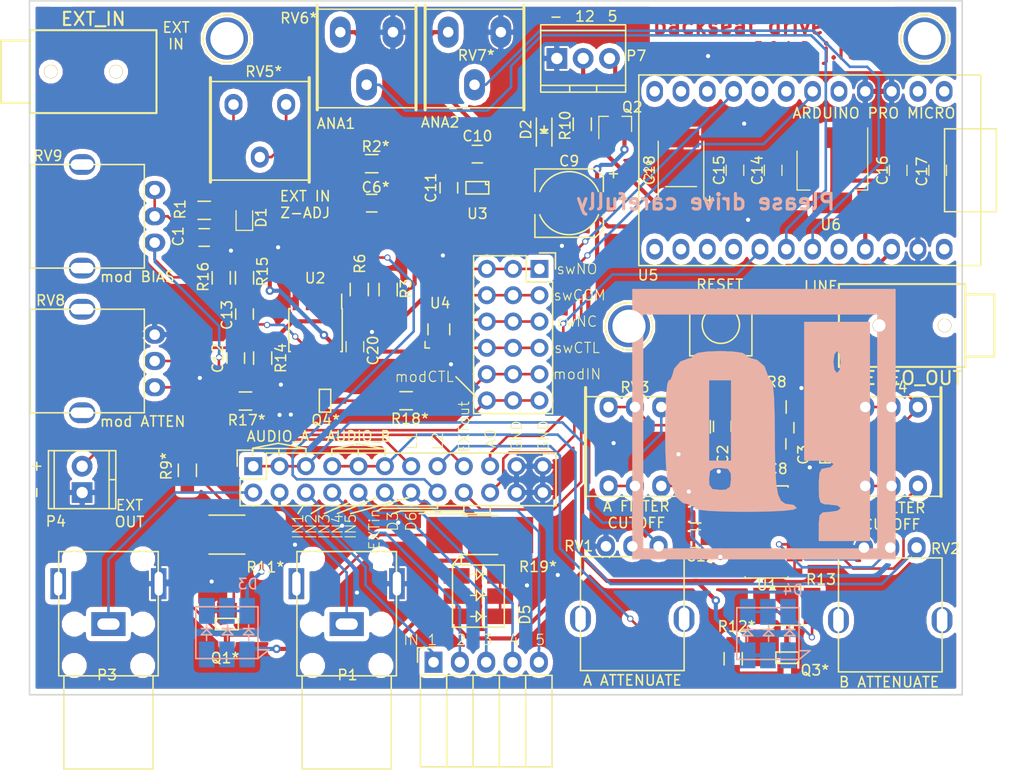
<source format=kicad_pcb>
(kicad_pcb (version 4) (host pcbnew 4.0.5)
  (title_block (title "imac patchbay v1") (date 2016-01-06))
  (layers (0 F.Cu signal) (31 B.Cu signal) (34 B.Paste user) (35 F.Paste user) (36 B.SilkS user) (37 F.SilkS user) (38 B.Mask user) (39 F.Mask user) (44 Edge.Cuts user))
  (net 0 "")
  (net 1 "Net-(C1-Pad1)")
  (net 2 "Net-(C1-Pad2)")
  (net 3 "Net-(C2-Pad1)")
  (net 4 "Net-(C2-Pad2)")
  (net 5 "Net-(C3-Pad1)")
  (net 6 "Net-(C3-Pad2)")
  (net 7 "Net-(C4-Pad1)")
  (net 8 GND)
  (net 9 "Net-(C5-Pad1)")
  (net 10 /EXT_IN)
  (net 11 "Net-(C6-Pad2)")
  (net 12 "Net-(C7-Pad1)")
  (net 13 "Net-(C8-Pad1)")
  (net 14 5V_SYS)
  (net 15 2V5_REF)
  (net 16 "Net-(C12-Pad1)")
  (net 17 "Net-(C12-Pad2)")
  (net 18 "Net-(C13-Pad1)")
  (net 19 "Net-(C13-Pad2)")
  (net 20 "Net-(D2-Pad2)")
  (net 21 /PB1)
  (net 22 /PB2)
  (net 23 /IN1)
  (net 24 /IN2)
  (net 25 /IN3)
  (net 26 /IN4)
  (net 27 /IN5)
  (net 28 /D3)
  (net 29 /D6)
  (net 30 /AUDIOA_SEND)
  (net 31 /AUDIOB_SEND)
  (net 32 /LED_CTRL1)
  (net 33 /LED_CTRL2)
  (net 34 /EXT_OUT)
  (net 35 /A0_IN)
  (net 36 5V_IN)
  (net 37 12V_IN)
  (net 38 "Net-(Q1-Pad1)")
  (net 39 "Net-(D3-Pad4)")
  (net 40 "Net-(Q3-Pad1)")
  (net 41 "Net-(D4-Pad4)")
  (net 42 "Net-(Q4-Pad1)")
  (net 43 "Net-(Q4-Pad3)")
  (net 44 "Net-(J1-Pad1)")
  (net 45 "Net-(R2-Pad1)")
  (net 46 "Net-(R4-Pad2)")
  (net 47 "Net-(R5-Pad2)")
  (net 48 "Net-(J2-Pad2)")
  (net 49 "Net-(J2-Pad3)")
  (net 50 "Net-(R16-Pad1)")
  (net 51 /MOD_OUT)
  (net 52 "Net-(RV1-Pad2)")
  (net 53 "Net-(RV2-Pad2)")
  (net 54 /SWA_CTRL)
  (net 55 /SWA_NC)
  (net 56 /SWA_COM)
  (net 57 /SWA_NO)
  (net 58 /MOD_CTRL)
  (net 59 /A2_IN)
  (net 60 /A1_IN)
  (net 61 "Net-(RV3-Pad1)")
  (net 62 "Net-(RV4-Pad1)")
  (net 63 "Net-(SW1-Pad2)")
  (net 64 "Net-(U5-Pad1)")
  (net 65 "Net-(U5-Pad24)")
  (net 66 "Net-(U5-Pad20)")
  (net 67 "Net-(U5-Pad16)")
  (net 68 "Net-(U5-Pad15)")
  (net 69 "Net-(U5-Pad14)")
  (net 70 "Net-(U5-Pad13)")
  (net 71 "Net-(U5-Pad12)")
  (net 72 "Net-(U5-Pad11)")
  (net 73 "Net-(U5-Pad10)")
  (net 74 "Net-(U5-Pad8)")
  (net 75 "Net-(U5-Pad7)")
  (net 76 "Net-(U5-Pad5)")
  (net 77 "Net-(U5-Pad2)")
  (net 78 "Net-(Q1-Pad3)")
  (net 79 "Net-(Q3-Pad3)")
  (net 80 "Net-(D5-Pad4)")
  (module imac:via-0.4mm (layer F.Cu) (at 165.47866 88.33886)
    (fp_text reference REF** hide)
    (fp_text value via-0.6mm hide)
    (pad 1 thru_hole circle (at 0 0) (size 0.8 0.8) (drill 0.4) (layers *.Cu) (net 8 GND))
  )
  (module imac:via-0.4mm (layer F.Cu) (at 124.257 120.066)
    (fp_text reference REF** hide)
    (fp_text value via-0.6mm hide)
    (pad 1 thru_hole circle (at 0 0) (size 0.8 0.8) (drill 0.4) (layers *.Cu) (net 8 GND))
  )
  (module imac:via-0.4mm (layer F.Cu) (at 124.13 122.987)
    (fp_text reference REF** hide)
    (fp_text value via-0.6mm hide)
    (pad 1 thru_hole circle (at 0 0) (size 0.8 0.8) (drill 0.4) (layers *.Cu) (net 8 GND))
  )
  (module imac:via-0.4mm (layer F.Cu) (at 151.37404 106.66242)
    (fp_text reference REF** hide)
    (fp_text value via-0.6mm hide)
    (pad 1 thru_hole circle (at 0 0) (size 0.8 0.8) (drill 0.4) (layers *.Cu) (net 8 GND))
  )
  (module imac:via-0.4mm (layer F.Cu) (at 169.33692 104.14528)
    (fp_text reference REF** hide)
    (fp_text value via-0.6mm hide)
    (pad 1 thru_hole circle (at 0 0) (size 0.8 0.8) (drill 0.4) (layers *.Cu) (net 8 GND))
  )
  (module imac:via-0.4mm (layer F.Cu) (at 174.4855 120.39112)
    (fp_text reference REF** hide)
    (fp_text value via-0.6mm hide)
    (pad 1 thru_hole circle (at 0 0) (size 0.8 0.8) (drill 0.4) (layers *.Cu) (net 8 GND))
  )
  (module imac:via-0.4mm (layer F.Cu) (at 175.28814 128.05684)
    (fp_text reference REF** hide)
    (fp_text value via-0.6mm hide)
    (pad 1 thru_hole circle (at 0 0) (size 0.8 0.8) (drill 0.4) (layers *.Cu) (net 8 GND))
  )
  (module imac:via-0.4mm (layer F.Cu) (at 162.62116 126.78684)
    (fp_text reference REF** hide)
    (fp_text value via-0.6mm hide)
    (pad 1 thru_hole circle (at 0 0) (size 0.8 0.8) (drill 0.4) (layers *.Cu) (net 8 GND))
  )
  (module imac:via-0.4mm (layer F.Cu) (at 166.50736 128.44292)
    (fp_text reference REF** hide)
    (fp_text value via-0.6mm hide)
    (pad 1 thru_hole circle (at 0 0) (size 0.8 0.8) (drill 0.4) (layers *.Cu) (net 8 GND))
  )
  (module imac:via-0.4mm (layer F.Cu) (at 156.36006 125.70734)
    (fp_text reference REF** hide)
    (fp_text value via-0.6mm hide)
    (pad 1 thru_hole circle (at 0 0) (size 0.8 0.8) (drill 0.4) (layers *.Cu) (net 8 GND))
  )
  (module imac:via-0.4mm (layer F.Cu) (at 119.43608 107.1247)
    (fp_text reference REF** hide)
    (fp_text value via-0.6mm hide)
    (pad 1 thru_hole circle (at 0 0) (size 0.8 0.8) (drill 0.4) (layers *.Cu) (net 8 GND))
  )
  (module imac:via-0.4mm (layer F.Cu) (at 139.88816 107.58952)
    (fp_text reference REF** hide)
    (fp_text value via-0.6mm hide)
    (pad 1 thru_hole circle (at 0 0) (size 0.8 0.8) (drill 0.4) (layers *.Cu) (net 8 GND))
  )
  (module imac:via-0.4mm (layer F.Cu) (at 116.43634 119.4183)
    (fp_text reference REF** hide)
    (fp_text value via-0.6mm hide)
    (pad 1 thru_hole circle (at 0 0) (size 0.8 0.8) (drill 0.4) (layers *.Cu) (net 8 GND))
  )
  (module imac:via-0.4mm (layer F.Cu) (at 168.95846 94.86158)
    (fp_text reference REF** hide)
    (fp_text value via-0.6mm hide)
    (pad 1 thru_hole circle (at 0 0) (size 0.8 0.8) (drill 0.4) (layers *.Cu) (net 8 GND))
  )
  (module imac:via-0.4mm (layer F.Cu) (at 131.5976 140.14216)
    (fp_text reference REF** hide)
    (fp_text value via-0.6mm hide)
    (pad 1 thru_hole circle (at 0 0) (size 0.8 0.8) (drill 0.4) (layers *.Cu) (net 8 GND))
  )
  (module Lumberg:Lumberg_1503_03 (layer F.Cu) (at 106.15442 89.84)
    (fp_text reference J1 hide)
    (fp_text value EXT_IN (at 0 -5.08) (layer F.SilkS) (effects (font (size 1.27 1.27) (thickness 0.2))))
    (pad 1 smd rect (at 3.65 4) (size 2 2) (layers F.Cu F.Paste F.Mask) (net 44 "Net-(J1-Pad1)"))
    (pad 2 smd rect (at 6.1 0) (size 2 2) (drill (offset 0.75 0)) (layers F.Cu F.Paste F.Mask) (net 8 GND))
    (pad 3 smd rect (at 3.65 -4) (size 2 2) (layers F.Cu F.Paste F.Mask) (net 8 GND))
    (pad "" smd rect (at -3.1 5) (size 2 2) (drill (offset 0 -0.5)) (layers F.Cu F.Paste F.Mask))
    (pad "" smd rect (at -3.1 -5) (size 2 2) (drill (offset 0 0.5)) (layers F.Cu F.Paste F.Mask))
    (pad "" np_thru_hole circle (at -4.1 0) (size 1.3 1.3) (drill 1.2) (layers *.Cu *.Mask F.SilkS))
    (pad "" np_thru_hole circle (at 2.2 0) (size 1.3 1.3) (drill 1.2) (layers *.Cu *.Mask F.SilkS))
  )
  (module Capacitors_SMD:c_elec_6.3x7.7 (layer F.Cu) (at 152.07 102.54 180)
    (fp_text reference C9 (at 0 4.064 180) (layer F.SilkS))
    (fp_text value 220u)
    (fp_text user + (at -4.2799 2.9083 180) (layer F.SilkS))
    (pad 1 smd rect (at -2.7 0) (size 3.5 1.6) (layers F.Cu F.Paste F.Mask) (net 14 5V_SYS))
    (pad 2 smd rect (at 2.7 0) (size 3.5 1.6) (layers F.Cu F.Paste F.Mask) (net 8 GND))
  )
  (module Capacitors_SMD:C_0805 (layer F.Cu) (at 116.85798 105.8547 180)
    (fp_text reference C1 (at 2.50444 0.10668 270) (layer F.SilkS))
    (fp_text value 1u)
    (pad 1 smd rect (at -1 0 180) (size 1 1.25) (layers F.Cu F.Paste F.Mask) (net 1 "Net-(C1-Pad1)"))
    (pad 2 smd rect (at 1 0 180) (size 1 1.25) (layers F.Cu F.Paste F.Mask) (net 2 "Net-(C1-Pad2)"))
  )
  (module Capacitors_SMD:C_0805 (layer F.Cu) (at 166.85 124.1 90)
    (fp_text reference C2 (at -2.7224 0.0536 90) (layer F.SilkS))
    (fp_text value 68n)
    (pad 1 smd rect (at -1 0 90) (size 1 1.25) (layers F.Cu F.Paste F.Mask) (net 3 "Net-(C2-Pad1)"))
    (pad 2 smd rect (at 1 0 90) (size 1 1.25) (layers F.Cu F.Paste F.Mask) (net 4 "Net-(C2-Pad2)"))
  )
  (module Capacitors_SMD:C_0805 (layer F.Cu) (at 174.61 124.22 90)
    (fp_text reference C3 (at -2.6024 0.066 90) (layer F.SilkS))
    (fp_text value 68n)
    (pad 1 smd rect (at -1 0 90) (size 1 1.25) (layers F.Cu F.Paste F.Mask) (net 5 "Net-(C3-Pad1)"))
    (pad 2 smd rect (at 1 0 90) (size 1 1.25) (layers F.Cu F.Paste F.Mask) (net 6 "Net-(C3-Pad2)"))
  )
  (module Capacitors_SMD:C_0805 (layer F.Cu) (at 164.28 132.57 180)
    (fp_text reference C4 (at -0.5916 1.4804 180) (layer F.SilkS))
    (fp_text value 10n)
    (pad 1 smd rect (at -1 0 180) (size 1 1.25) (layers F.Cu F.Paste F.Mask) (net 7 "Net-(C4-Pad1)"))
    (pad 2 smd rect (at 1 0 180) (size 1 1.25) (layers F.Cu F.Paste F.Mask) (net 8 GND))
  )
  (module Capacitors_SMD:C_0805 (layer F.Cu) (at 177.77 132.44)
    (fp_text reference C5 (at -0.0968 1.85) (layer F.SilkS))
    (fp_text value 10n)
    (pad 1 smd rect (at -1 0) (size 1 1.25) (layers F.Cu F.Paste F.Mask) (net 9 "Net-(C5-Pad1)"))
    (pad 2 smd rect (at 1 0) (size 1 1.25) (layers F.Cu F.Paste F.Mask) (net 8 GND))
  )
  (module Capacitors_SMD:C_0805 (layer F.Cu) (at 169.469 125.781 270)
    (fp_text reference C7 (at 2.5146 0.0254 360) (layer F.SilkS))
    (fp_text value 1u)
    (pad 1 smd rect (at -1 0 270) (size 1 1.25) (layers F.Cu F.Paste F.Mask) (net 12 "Net-(C7-Pad1)"))
    (pad 2 smd rect (at 1 0 270) (size 1 1.25) (layers F.Cu F.Paste F.Mask) (net 3 "Net-(C2-Pad1)"))
  )
  (module Capacitors_SMD:C_0805 (layer F.Cu) (at 172.136 125.781 270)
    (fp_text reference C8 (at 2.413 -0.0508 360) (layer F.SilkS))
    (fp_text value 1u)
    (pad 1 smd rect (at -1 0 270) (size 1 1.25) (layers F.Cu F.Paste F.Mask) (net 13 "Net-(C8-Pad1)"))
    (pad 2 smd rect (at 1 0 270) (size 1 1.25) (layers F.Cu F.Paste F.Mask) (net 5 "Net-(C3-Pad1)"))
  )
  (module Capacitors_SMD:C_0805 (layer F.Cu) (at 143.2171 97.80532 180)
    (fp_text reference C10 (at 0 1.74232 180) (layer F.SilkS))
    (fp_text value 1u)
    (pad 1 smd rect (at -1 0 180) (size 1 1.25) (layers F.Cu F.Paste F.Mask) (net 14 5V_SYS))
    (pad 2 smd rect (at 1 0 180) (size 1 1.25) (layers F.Cu F.Paste F.Mask) (net 8 GND))
  )
  (module Capacitors_SMD:C_0805 (layer F.Cu) (at 140.4671 101.05532 90)
    (fp_text reference C11 (at 0 -1.7321 90) (layer F.SilkS))
    (fp_text value 1u)
    (pad 1 smd rect (at -1 0 90) (size 1 1.25) (layers F.Cu F.Paste F.Mask) (net 15 2V5_REF))
    (pad 2 smd rect (at 1 0 90) (size 1 1.25) (layers F.Cu F.Paste F.Mask) (net 8 GND))
  )
  (module Capacitors_SMD:C_0805 (layer F.Cu) (at 119.9 117.5 90)
    (fp_text reference C12 (at 0 -1.739 90) (layer F.SilkS))
    (fp_text value 1u)
    (pad 1 smd rect (at -1 0 90) (size 1 1.25) (layers F.Cu F.Paste F.Mask) (net 16 "Net-(C12-Pad1)"))
    (pad 2 smd rect (at 1 0 90) (size 1 1.25) (layers F.Cu F.Paste F.Mask) (net 17 "Net-(C12-Pad2)"))
  )
  (module Capacitors_SMD:C_0805 (layer F.Cu) (at 120.75 113.25 270)
    (fp_text reference C13 (at 0.085 1.7 270) (layer F.SilkS))
    (fp_text value 1u)
    (pad 1 smd rect (at -1 0 270) (size 1 1.25) (layers F.Cu F.Paste F.Mask) (net 18 "Net-(C13-Pad1)"))
    (pad 2 smd rect (at 1 0 270) (size 1 1.25) (layers F.Cu F.Paste F.Mask) (net 19 "Net-(C13-Pad2)"))
  )
  (module Socket_Strips:Socket_Strip_Straight_2x12 (layer F.Cu) (at 121.59 127.94)
    (fp_text reference P2 hide)
    (fp_text value PATCHBAY_IO)
    (pad 1 thru_hole rect (at 0 0) (size 1.7272 1.7272) (drill 1.016) (layers *.Cu *.Mask) (net 30 /AUDIOA_SEND))
    (pad 2 thru_hole oval (at 0 2.54) (size 1.7272 1.7272) (drill 1.016) (layers *.Cu *.Mask) (net 21 /PB1))
    (pad 3 thru_hole oval (at 2.54 0) (size 1.7272 1.7272) (drill 1.016) (layers *.Cu *.Mask) (net 30 /AUDIOA_SEND))
    (pad 4 thru_hole oval (at 2.54 2.54) (size 1.7272 1.7272) (drill 1.016) (layers *.Cu *.Mask) (net 22 /PB2))
    (pad 5 thru_hole oval (at 5.08 0) (size 1.7272 1.7272) (drill 1.016) (layers *.Cu *.Mask) (net 30 /AUDIOA_SEND))
    (pad 6 thru_hole oval (at 5.08 2.54) (size 1.7272 1.7272) (drill 1.016) (layers *.Cu *.Mask) (net 23 /IN1))
    (pad 7 thru_hole oval (at 7.62 0) (size 1.7272 1.7272) (drill 1.016) (layers *.Cu *.Mask) (net 31 /AUDIOB_SEND))
    (pad 8 thru_hole oval (at 7.62 2.54) (size 1.7272 1.7272) (drill 1.016) (layers *.Cu *.Mask) (net 24 /IN2))
    (pad 9 thru_hole oval (at 10.16 0) (size 1.7272 1.7272) (drill 1.016) (layers *.Cu *.Mask) (net 31 /AUDIOB_SEND))
    (pad 10 thru_hole oval (at 10.16 2.54) (size 1.7272 1.7272) (drill 1.016) (layers *.Cu *.Mask) (net 25 /IN3))
    (pad 11 thru_hole oval (at 12.7 0) (size 1.7272 1.7272) (drill 1.016) (layers *.Cu *.Mask) (net 31 /AUDIOB_SEND))
    (pad 12 thru_hole oval (at 12.7 2.54) (size 1.7272 1.7272) (drill 1.016) (layers *.Cu *.Mask) (net 26 /IN4))
    (pad 13 thru_hole oval (at 15.24 0) (size 1.7272 1.7272) (drill 1.016) (layers *.Cu *.Mask) (net 32 /LED_CTRL1))
    (pad 14 thru_hole oval (at 15.24 2.54) (size 1.7272 1.7272) (drill 1.016) (layers *.Cu *.Mask) (net 27 /IN5))
    (pad 15 thru_hole oval (at 17.78 0) (size 1.7272 1.7272) (drill 1.016) (layers *.Cu *.Mask) (net 33 /LED_CTRL2))
    (pad 16 thru_hole oval (at 17.78 2.54) (size 1.7272 1.7272) (drill 1.016) (layers *.Cu *.Mask) (net 10 /EXT_IN))
    (pad 17 thru_hole oval (at 20.32 0) (size 1.7272 1.7272) (drill 1.016) (layers *.Cu *.Mask) (net 34 /EXT_OUT))
    (pad 18 thru_hole oval (at 20.32 2.54) (size 1.7272 1.7272) (drill 1.016) (layers *.Cu *.Mask) (net 28 /D3))
    (pad 19 thru_hole oval (at 22.86 0) (size 1.7272 1.7272) (drill 1.016) (layers *.Cu *.Mask) (net 35 /A0_IN))
    (pad 20 thru_hole oval (at 22.86 2.54) (size 1.7272 1.7272) (drill 1.016) (layers *.Cu *.Mask) (net 29 /D6))
    (pad 21 thru_hole oval (at 25.4 0) (size 1.7272 1.7272) (drill 1.016) (layers *.Cu *.Mask) (net 8 GND))
    (pad 22 thru_hole oval (at 25.4 2.54) (size 1.7272 1.7272) (drill 1.016) (layers *.Cu *.Mask) (net 8 GND))
    (pad 23 thru_hole oval (at 27.94 0) (size 1.7272 1.7272) (drill 1.016) (layers *.Cu *.Mask) (net 8 GND))
    (pad 24 thru_hole oval (at 27.94 2.54) (size 1.7272 1.7272) (drill 1.016) (layers *.Cu *.Mask) (net 8 GND))
  )
  (module Socket_Strips:Socket_Strip_Angled_1x05 (layer F.Cu) (at 138.989 146.863)
    (fp_text reference P5 hide)
    (fp_text value INPUTS)
    (pad 1 thru_hole rect (at 0 0) (size 1.7272 2.032) (drill 1.016) (layers *.Cu *.Mask) (net 23 /IN1))
    (pad 2 thru_hole oval (at 2.54 0) (size 1.7272 2.032) (drill 1.016) (layers *.Cu *.Mask) (net 24 /IN2))
    (pad 3 thru_hole oval (at 5.08 0) (size 1.7272 2.032) (drill 1.016) (layers *.Cu *.Mask) (net 25 /IN3))
    (pad 4 thru_hole oval (at 7.62 0) (size 1.7272 2.032) (drill 1.016) (layers *.Cu *.Mask) (net 26 /IN4))
    (pad 5 thru_hole oval (at 10.16 0) (size 1.7272 2.032) (drill 1.016) (layers *.Cu *.Mask) (net 27 /IN5))
  )
  (module TO_SOT_Packages_SMD:SOT-23 (layer F.Cu) (at 156.515 94.92 90)
    (fp_text reference Q2 (at 1.651 1.651 180) (layer F.SilkS))
    (fp_text value PMV48XP)
    (pad 1 smd rect (at -1 -0.95 90) (size 0.9 0.8) (layers F.Cu F.Paste F.Mask) (net 37 12V_IN))
    (pad 2 smd rect (at -1 0.95 90) (size 0.9 0.8) (layers F.Cu F.Paste F.Mask) (net 14 5V_SYS))
    (pad 3 smd rect (at 1 0 90) (size 0.9 0.8) (layers F.Cu F.Paste F.Mask) (net 36 5V_IN))
  )
  (module Resistors_SMD:R_1812 (layer F.Cu) (at 173.07326 141.43248 180)
    (fp_text reference R13 (at -3.29946 2.5654 180) (layer F.SilkS))
    (fp_text value 27)
    (pad 1 smd rect (at -2.4384 0 180) (size 1.6 3.5) (layers F.Cu F.Paste F.Mask) (net 41 "Net-(D4-Pad4)"))
    (pad 2 smd rect (at 2.4384 0 180) (size 1.6 3.5) (layers F.Cu F.Paste F.Mask) (net 79 "Net-(Q3-Pad3)"))
  )
  (module Housings_SOIC:SOIC-14_3.9x8.7mm_Pitch1.27mm (layer F.Cu) (at 171.12 134.29)
    (fp_text reference U1 (at 0.0508 5.1308) (layer F.SilkS))
    (fp_text value MCP6004)
    (pad 1 smd rect (at -2.7 -3.81) (size 1.5 0.6) (layers F.Cu F.Paste F.Mask) (net 3 "Net-(C2-Pad1)"))
    (pad 2 smd rect (at -2.7 -2.54) (size 1.5 0.6) (layers F.Cu F.Paste F.Mask) (net 3 "Net-(C2-Pad1)"))
    (pad 3 smd rect (at -2.7 -1.27) (size 1.5 0.6) (layers F.Cu F.Paste F.Mask) (net 7 "Net-(C4-Pad1)"))
    (pad 4 smd rect (at -2.7 0) (size 1.5 0.6) (layers F.Cu F.Paste F.Mask) (net 14 5V_SYS))
    (pad 5 smd rect (at -2.7 1.27) (size 1.5 0.6) (layers F.Cu F.Paste F.Mask) (net 52 "Net-(RV1-Pad2)"))
    (pad 6 smd rect (at -2.7 2.54) (size 1.5 0.6) (layers F.Cu F.Paste F.Mask) (net 61 "Net-(RV3-Pad1)"))
    (pad 7 smd rect (at -2.7 3.81) (size 1.5 0.6) (layers F.Cu F.Paste F.Mask) (net 61 "Net-(RV3-Pad1)"))
    (pad 8 smd rect (at 2.7 3.81) (size 1.5 0.6) (layers F.Cu F.Paste F.Mask) (net 62 "Net-(RV4-Pad1)"))
    (pad 9 smd rect (at 2.7 2.54) (size 1.5 0.6) (layers F.Cu F.Paste F.Mask) (net 62 "Net-(RV4-Pad1)"))
    (pad 10 smd rect (at 2.7 1.27) (size 1.5 0.6) (layers F.Cu F.Paste F.Mask) (net 53 "Net-(RV2-Pad2)"))
    (pad 11 smd rect (at 2.7 0) (size 1.5 0.6) (layers F.Cu F.Paste F.Mask) (net 8 GND))
    (pad 12 smd rect (at 2.7 -1.27) (size 1.5 0.6) (layers F.Cu F.Paste F.Mask) (net 9 "Net-(C5-Pad1)"))
    (pad 13 smd rect (at 2.7 -2.54) (size 1.5 0.6) (layers F.Cu F.Paste F.Mask) (net 5 "Net-(C3-Pad1)"))
    (pad 14 smd rect (at 2.7 -3.81) (size 1.5 0.6) (layers F.Cu F.Paste F.Mask) (net 5 "Net-(C3-Pad1)"))
  )
  (module TO_SOT_Packages_SMD:SC-70-5 (layer F.Cu) (at 143.2171 101.05532 180)
    (fp_text reference U3 (at 0 -2.50068 180) (layer F.SilkS))
    (fp_text value NCP4620)
    (pad 1 smd rect (at -0.6604 1.016 180) (size 0.4064 0.6604) (layers F.Cu F.Paste F.Mask) (net 14 5V_SYS))
    (pad 3 smd rect (at 0.6604 1.016 180) (size 0.4064 0.6604) (layers F.Cu F.Paste F.Mask) (net 8 GND))
    (pad 2 smd rect (at 0 1.016 180) (size 0.4064 0.6604) (layers F.Cu F.Paste F.Mask))
    (pad 4 smd rect (at 0.6604 -1.016 180) (size 0.4064 0.6604) (layers F.Cu F.Paste F.Mask) (net 15 2V5_REF))
    (pad 5 smd rect (at -0.6604 -1.016 180) (size 0.4064 0.6604) (layers F.Cu F.Paste F.Mask) (net 14 5V_SYS))
  )
  (module TO_SOT_Packages_SMD:SC-70-6 (layer F.Cu) (at 139.5 114.75)
    (fp_text reference U4 (at 0.124 -2.558) (layer F.SilkS))
    (fp_text value ADG849)
    (pad 1 smd rect (at -0.65024 0.94996) (size 0.39878 0.7493) (layers F.Cu F.Paste F.Mask) (net 54 /SWA_CTRL))
    (pad 2 smd rect (at 0 0.94996) (size 0.39878 0.7493) (layers F.Cu F.Paste F.Mask) (net 14 5V_SYS))
    (pad 3 smd rect (at 0.65024 0.94996) (size 0.39878 0.7493) (layers F.Cu F.Paste F.Mask) (net 8 GND))
    (pad 4 smd rect (at 0.65024 -0.94996) (size 0.39878 0.7493) (layers F.Cu F.Paste F.Mask) (net 55 /SWA_NC))
    (pad 5 smd rect (at 0 -0.94996) (size 0.39878 0.7493) (layers F.Cu F.Paste F.Mask) (net 56 /SWA_COM))
    (pad 6 smd rect (at -0.65024 -0.94996) (size 0.39878 0.7493) (layers F.Cu F.Paste F.Mask) (net 57 /SWA_NO))
  )
  (module Imac:SOD-323F (layer F.Cu) (at 120.73148 104.2672 90)
    (fp_text reference D1 (at 0.3302 1.62052 90) (layer F.SilkS))
    (fp_text value 1N4148)
    (pad 1 smd rect (at -1.35 0 90) (size 0.71 0.403) (layers F.Cu F.Paste F.Mask) (net 14 5V_SYS))
    (pad 2 smd rect (at 1.35 0 90) (size 0.71 0.403) (layers F.Cu F.Paste F.Mask) (net 1 "Net-(C1-Pad1)"))
  )
  (module Lumberg:Lumberg_1503_03 (layer F.Cu) (at 184.201 114.351 180)
    (fp_text reference J2 hide)
    (fp_text value STEREO_OUT (at 0 -5.08 180) (layer F.SilkS) (effects (font (size 1.27 1.27) (thickness 0.2))))
    (pad 1 smd rect (at 3.65 4 180) (size 2 2) (layers F.Cu F.Paste F.Mask) (net 8 GND))
    (pad 2 smd rect (at 6.1 0 180) (size 2 2) (drill (offset 0.75 0)) (layers F.Cu F.Paste F.Mask) (net 48 "Net-(J2-Pad2)"))
    (pad 3 smd rect (at 3.65 -4 180) (size 2 2) (layers F.Cu F.Paste F.Mask) (net 49 "Net-(J2-Pad3)"))
    (pad "" smd rect (at -3.1 5 180) (size 2 2) (drill (offset 0 -0.5)) (layers F.Cu F.Paste F.Mask))
    (pad "" smd rect (at -3.1 -5 180) (size 2 2) (drill (offset 0 0.5)) (layers F.Cu F.Paste F.Mask))
    (pad "" np_thru_hole circle (at -4.1 0 180) (size 1.3 1.3) (drill 1.2) (layers *.Cu *.Mask F.SilkS))
    (pad "" np_thru_hole circle (at 2.2 0 180) (size 1.3 1.3) (drill 1.2) (layers *.Cu *.Mask F.SilkS))
  )
  (module Imac:PSG01546_RCA_Phono_Connector (layer F.Cu) (at 130.605 148.18 90)
    (fp_text reference P1 (at 0.0851 0.08074 180) (layer F.SilkS))
    (fp_text value PROBE1)
    (pad "" np_thru_hole circle (at 1 3.3 90) (size 1.4 1.4) (drill 1.4) (layers *.Cu *.Mask))
    (pad "" np_thru_hole circle (at 11.3 3.3 90) (size 1.4 1.4) (drill 1.4) (layers *.Cu *.Mask))
    (pad "" np_thru_hole circle (at 5 3.3 90) (size 1.4 1.4) (drill 1.4) (layers *.Cu *.Mask))
    (pad "" np_thru_hole circle (at 5 -3.3 90) (size 1.4 1.4) (drill 1.4) (layers *.Cu *.Mask))
    (pad "" np_thru_hole circle (at 11.3 -3.3 90) (size 1.4 1.4) (drill 1.4) (layers *.Cu *.Mask))
    (pad 3 thru_hole rect (at 8.9 -4.85 90) (size 3 1.5) (drill oval 2.3 0.8) (layers *.Cu *.Mask))
    (pad 1 thru_hole rect (at 5 0 90) (size 2.3 3.3) (drill oval 1.1 2.15) (layers *.Cu *.Mask) (net 22 /PB2))
    (pad 2 thru_hole rect (at 8.9 4.85 90) (size 3 1.5) (drill oval 2.3 0.8) (layers *.Cu *.Mask) (net 8 GND))
    (pad "" np_thru_hole circle (at 1 -3.3 90) (size 1.4 1.4) (drill 1.4) (layers *.Cu *.Mask))
  )
  (module Imac:PSG01546_RCA_Phono_Connector (layer F.Cu) (at 107.62 148.18 90)
    (fp_text reference P3 (at 0.0851 -0.13716 360) (layer F.SilkS))
    (fp_text value PROBE2)
    (pad "" np_thru_hole circle (at 1 3.3 90) (size 1.4 1.4) (drill 1.4) (layers *.Cu *.Mask))
    (pad "" np_thru_hole circle (at 11.3 3.3 90) (size 1.4 1.4) (drill 1.4) (layers *.Cu *.Mask))
    (pad "" np_thru_hole circle (at 5 3.3 90) (size 1.4 1.4) (drill 1.4) (layers *.Cu *.Mask))
    (pad "" np_thru_hole circle (at 5 -3.3 90) (size 1.4 1.4) (drill 1.4) (layers *.Cu *.Mask))
    (pad "" np_thru_hole circle (at 11.3 -3.3 90) (size 1.4 1.4) (drill 1.4) (layers *.Cu *.Mask))
    (pad 3 thru_hole rect (at 8.9 -4.85 90) (size 3 1.5) (drill oval 2.3 0.8) (layers *.Cu *.Mask))
    (pad 1 thru_hole rect (at 5 0 90) (size 2.3 3.3) (drill oval 1.1 2.15) (layers *.Cu *.Mask) (net 21 /PB1))
    (pad 2 thru_hole rect (at 8.9 4.85 90) (size 3 1.5) (drill oval 2.3 0.8) (layers *.Cu *.Mask) (net 8 GND))
    (pad "" np_thru_hole circle (at 1 -3.3 90) (size 1.4 1.4) (drill 1.4) (layers *.Cu *.Mask))
  )
  (module Imac:Socket_Strip_Straight_3x06 (layer F.Cu) (at 149.20488 108.89 270)
    (fp_text reference P6 hide)
    (fp_text value PATCHBAY_A)
    (pad 18 thru_hole oval (at 12.7 5.08 270) (size 1.7272 1.7272) (drill 1.016) (layers *.Cu *.Mask) (net 58 /MOD_CTRL))
    (pad 15 thru_hole oval (at 10.16 5.08 270) (size 1.7272 1.7272) (drill 1.016) (layers *.Cu *.Mask) (net 51 /MOD_OUT))
    (pad 16 thru_hole oval (at 12.7 0 270) (size 1.7272 1.7272) (drill 1.016) (layers *.Cu *.Mask) (net 58 /MOD_CTRL))
    (pad 17 thru_hole oval (at 12.7 2.54 270) (size 1.7272 1.7272) (drill 1.016) (layers *.Cu *.Mask) (net 58 /MOD_CTRL))
    (pad 14 thru_hole oval (at 10.16 2.54 270) (size 1.7272 1.7272) (drill 1.016) (layers *.Cu *.Mask) (net 51 /MOD_OUT))
    (pad 13 thru_hole oval (at 10.16 0 270) (size 1.7272 1.7272) (drill 1.016) (layers *.Cu *.Mask) (net 51 /MOD_OUT))
    (pad 1 thru_hole rect (at 0 0 270) (size 1.7272 1.7272) (drill 1.016) (layers *.Cu *.Mask) (net 57 /SWA_NO))
    (pad 2 thru_hole oval (at 0 2.54 270) (size 1.7272 1.7272) (drill 1.016) (layers *.Cu *.Mask) (net 57 /SWA_NO))
    (pad 3 thru_hole oval (at 0 5.08 270) (size 1.7272 1.7272) (drill 1.016) (layers *.Cu *.Mask) (net 57 /SWA_NO))
    (pad 4 thru_hole oval (at 2.54 0 270) (size 1.7272 1.7272) (drill 1.016) (layers *.Cu *.Mask) (net 56 /SWA_COM))
    (pad 5 thru_hole oval (at 2.54 2.54 270) (size 1.7272 1.7272) (drill 1.016) (layers *.Cu *.Mask) (net 56 /SWA_COM))
    (pad 6 thru_hole oval (at 2.54 5.08 270) (size 1.7272 1.7272) (drill 1.016) (layers *.Cu *.Mask) (net 56 /SWA_COM))
    (pad 7 thru_hole oval (at 5.08 0 270) (size 1.7272 1.7272) (drill 1.016) (layers *.Cu *.Mask) (net 55 /SWA_NC))
    (pad 8 thru_hole oval (at 5.08 2.54 270) (size 1.7272 1.7272) (drill 1.016) (layers *.Cu *.Mask) (net 55 /SWA_NC))
    (pad 9 thru_hole oval (at 5.08 5.08 270) (size 1.7272 1.7272) (drill 1.016) (layers *.Cu *.Mask) (net 55 /SWA_NC))
    (pad 10 thru_hole oval (at 7.62 0 270) (size 1.7272 1.7272) (drill 1.016) (layers *.Cu *.Mask) (net 54 /SWA_CTRL))
    (pad 11 thru_hole oval (at 7.62 2.54 270) (size 1.7272 1.7272) (drill 1.016) (layers *.Cu *.Mask) (net 54 /SWA_CTRL))
    (pad 12 thru_hole oval (at 7.62 5.08 270) (size 1.7272 1.7272) (drill 1.016) (layers *.Cu *.Mask) (net 54 /SWA_CTRL))
  )
  (module Imac:TerminalBlock_TE_282834-2-2.54mm_2pol (layer F.Cu) (at 105.08 130.48 90)
    (fp_text reference P4 (at -2.794 -2.54 180) (layer F.SilkS))
    (fp_text value EXT_OUT)
    (fp_text user + (at 2.54 -4.445 90) (layer F.SilkS))
    (fp_text user - (at 0 -4.445 90) (layer F.SilkS))
    (pad 1 thru_hole rect (at 0 0 90) (size 1.99898 1.99898) (drill 1.09728) (layers *.Cu *.Mask) (net 8 GND))
    (pad 2 thru_hole oval (at 2.54 0 90) (size 1.99898 1.99898) (drill 1.09728) (layers *.Cu *.Mask) (net 34 /EXT_OUT))
  )
  (module Imac:TerminalBlock_TE_282834-3-2.54mm_3pol (layer F.Cu) (at 150.88382 88.57)
    (fp_text reference P7 (at 7.66318 -0.254) (layer F.SilkS))
    (fp_text value PWR_X3)
    (fp_text user 5 (at 5.37718 -4.064) (layer F.SilkS))
    (fp_text user 12 (at 2.71018 -4.064) (layer F.SilkS))
    (fp_text user - (at -0.08382 -4.064) (layer F.SilkS))
    (pad 3 thru_hole oval (at 5.08 0) (size 1.99898 1.99898) (drill 1.09728) (layers *.Cu *.Mask) (net 36 5V_IN))
    (pad 1 thru_hole rect (at 0 0) (size 1.99898 1.99898) (drill 1.09728) (layers *.Cu *.Mask) (net 8 GND))
    (pad 2 thru_hole oval (at 2.54 0) (size 1.99898 1.99898) (drill 1.09728) (layers *.Cu *.Mask) (net 37 12V_IN))
  )
  (module Capacitors_SMD:C_0805 (layer F.Cu) (at 171.755 99.365 90)
    (fp_text reference C14 (at 0 -1.524 90) (layer F.SilkS))
    (fp_text value 1u)
    (pad 1 smd rect (at -1 0 90) (size 1 1.25) (layers F.Cu F.Paste F.Mask) (net 37 12V_IN))
    (pad 2 smd rect (at 1 0 90) (size 1 1.25) (layers F.Cu F.Paste F.Mask) (net 8 GND))
  )
  (module Capacitors_SMD:C_0805 (layer F.Cu) (at 168.072 99.365 90)
    (fp_text reference C15 (at 0 -1.524 90) (layer F.SilkS))
    (fp_text value 100n)
    (pad 1 smd rect (at -1 0 90) (size 1 1.25) (layers F.Cu F.Paste F.Mask) (net 37 12V_IN))
    (pad 2 smd rect (at 1 0 90) (size 1 1.25) (layers F.Cu F.Paste F.Mask) (net 8 GND))
  )
  (module Capacitors_SMD:C_0805 (layer F.Cu) (at 183.82 99.365 90)
    (fp_text reference C16 (at 0 -1.524 90) (layer F.SilkS))
    (fp_text value 100n)
    (pad 1 smd rect (at -1 0 90) (size 1 1.25) (layers F.Cu F.Paste F.Mask) (net 14 5V_SYS))
    (pad 2 smd rect (at 1 0 90) (size 1 1.25) (layers F.Cu F.Paste F.Mask) (net 8 GND))
  )
  (module Capacitors_SMD:C_0805 (layer F.Cu) (at 187.63 99.365 90)
    (fp_text reference C17 (at -0.127 -1.524 90) (layer F.SilkS))
    (fp_text value 1u)
    (pad 1 smd rect (at -1 0 90) (size 1 1.25) (layers F.Cu F.Paste F.Mask) (net 14 5V_SYS))
    (pad 2 smd rect (at 1 0 90) (size 1 1.25) (layers F.Cu F.Paste F.Mask) (net 8 GND))
  )
  (module Imac:2917C (layer F.Cu) (at 162.865 99.365 90)
    (fp_text reference C18 (at 0 -3.048 90) (layer F.SilkS))
    (fp_text value 22u (at 0.05 -3.15 90) (layer F.SilkS) (effects (font (size 0.7 0.7) (thickness 0.1))))
    (pad 1 smd rect (at -3.1115 0 90) (size 1.8 3.5) (layers F.Cu F.Paste F.Mask) (net 37 12V_IN))
    (pad 2 smd rect (at 3.1115 0 90) (size 1.8 3.5) (layers F.Cu F.Paste F.Mask) (net 8 GND))
  )
  (module Capacitors_SMD:C_0805 (layer F.Cu) (at 164.262 134.925 180)
    (fp_text reference C19 (at -0.508 -1.7018 180) (layer F.SilkS))
    (fp_text value 100n)
    (pad 1 smd rect (at -1 0 180) (size 1 1.25) (layers F.Cu F.Paste F.Mask) (net 14 5V_SYS))
    (pad 2 smd rect (at 1 0 180) (size 1 1.25) (layers F.Cu F.Paste F.Mask) (net 8 GND))
  )
  (module Capacitors_SMD:C_0805 (layer F.Cu) (at 131.4 116.4 90)
    (fp_text reference C20 (at -0.364 1.747 90) (layer F.SilkS))
    (fp_text value 100n)
    (pad 1 smd rect (at -1 0 90) (size 1 1.25) (layers F.Cu F.Paste F.Mask) (net 14 5V_SYS))
    (pad 2 smd rect (at 1 0 90) (size 1 1.25) (layers F.Cu F.Paste F.Mask) (net 8 GND))
  )
  (module Resistors_SMD:R_0805 (layer F.Cu) (at 116.85798 103.23342 180)
    (fp_text reference R1 (at 2.31902 0.10414 270) (layer F.SilkS))
    (fp_text value 33k)
    (pad 1 smd rect (at -0.95 0 180) (size 0.7 1.3) (layers F.Cu F.Paste F.Mask) (net 2 "Net-(C1-Pad2)"))
    (pad 2 smd rect (at 0.95 0 180) (size 0.7 1.3) (layers F.Cu F.Paste F.Mask) (net 44 "Net-(J1-Pad1)"))
  )
  (module Resistors_SMD:R_0805_HandSoldering (layer F.Cu) (at 133.02 98.73)
    (fp_text reference R2* (at 0.381 -1.651) (layer F.SilkS))
    (fp_text value 100**)
    (pad 1 smd rect (at -1.35 0) (size 1.5 1.3) (layers F.Cu F.Paste F.Mask) (net 45 "Net-(R2-Pad1)"))
    (pad 2 smd rect (at 1.35 0) (size 1.5 1.3) (layers F.Cu F.Paste F.Mask) (net 15 2V5_REF))
  )
  (module Resistors_SMD:R_0805 (layer F.Cu) (at 134.6075 110.88898 270)
    (fp_text reference R3 (at -0.09398 -1.7145 270) (layer F.SilkS))
    (fp_text value 1k)
    (pad 1 smd rect (at -0.95 0 270) (size 0.7 1.3) (layers F.Cu F.Paste F.Mask) (net 11 "Net-(C6-Pad2)"))
    (pad 2 smd rect (at 0.95 0 270) (size 0.7 1.3) (layers F.Cu F.Paste F.Mask) (net 15 2V5_REF))
  )
  (module Resistors_SMD:R_0805 (layer F.Cu) (at 164.82 124.14 90)
    (fp_text reference R4 (at -2.6316 0.1532 90) (layer F.SilkS))
    (fp_text value 220)
    (pad 1 smd rect (at -0.95 0 90) (size 0.7 1.3) (layers F.Cu F.Paste F.Mask) (net 7 "Net-(C4-Pad1)"))
    (pad 2 smd rect (at 0.95 0 90) (size 0.7 1.3) (layers F.Cu F.Paste F.Mask) (net 46 "Net-(R4-Pad2)"))
  )
  (module Resistors_SMD:R_0805 (layer F.Cu) (at 176.81 124.27 90)
    (fp_text reference R5 (at -2.6032 -0.0004 90) (layer F.SilkS))
    (fp_text value 220)
    (pad 1 smd rect (at -0.95 0 90) (size 0.7 1.3) (layers F.Cu F.Paste F.Mask) (net 9 "Net-(C5-Pad1)"))
    (pad 2 smd rect (at 0.95 0 90) (size 0.7 1.3) (layers F.Cu F.Paste F.Mask) (net 47 "Net-(R5-Pad2)"))
  )
  (module Resistors_SMD:R_0805 (layer F.Cu) (at 131.81986 110.88252 90)
    (fp_text reference R6 (at 2.50052 0.05714 90) (layer F.SilkS))
    (fp_text value 3k3)
    (pad 1 smd rect (at -0.95 0 90) (size 0.7 1.3) (layers F.Cu F.Paste F.Mask) (net 10 /EXT_IN))
    (pad 2 smd rect (at 0.95 0 90) (size 0.7 1.3) (layers F.Cu F.Paste F.Mask) (net 11 "Net-(C6-Pad2)"))
  )
  (module Resistors_SMD:R_0805 (layer F.Cu) (at 169.469 122.225 270)
    (fp_text reference R7 (at -2.415 -0.101 360) (layer F.SilkS))
    (fp_text value 100)
    (pad 1 smd rect (at -0.95 0 270) (size 0.7 1.3) (layers F.Cu F.Paste F.Mask) (net 48 "Net-(J2-Pad2)"))
    (pad 2 smd rect (at 0.95 0 270) (size 0.7 1.3) (layers F.Cu F.Paste F.Mask) (net 12 "Net-(C7-Pad1)"))
  )
  (module Resistors_SMD:R_0805 (layer F.Cu) (at 172.136 122.225 270)
    (fp_text reference R8 (at -2.415 0.046 360) (layer F.SilkS))
    (fp_text value 100)
    (pad 1 smd rect (at -0.95 0 270) (size 0.7 1.3) (layers F.Cu F.Paste F.Mask) (net 49 "Net-(J2-Pad3)"))
    (pad 2 smd rect (at 0.95 0 270) (size 0.7 1.3) (layers F.Cu F.Paste F.Mask) (net 13 "Net-(C8-Pad1)"))
  )
  (module Resistors_SMD:R_0805_HandSoldering (layer F.Cu) (at 115.23238 128.33624 90)
    (fp_text reference R9* (at 0.39624 -2.02438 90) (layer F.SilkS))
    (fp_text value 100***)
    (pad 1 smd rect (at -1.35 0 90) (size 1.5 1.3) (layers F.Cu F.Paste F.Mask) (net 38 "Net-(Q1-Pad1)"))
    (pad 2 smd rect (at 1.35 0 90) (size 1.5 1.3) (layers F.Cu F.Paste F.Mask) (net 32 /LED_CTRL1))
  )
  (module Resistors_SMD:R_0805 (layer F.Cu) (at 153.34 94.92 90)
    (fp_text reference R10 (at -0.127 -1.651 270) (layer F.SilkS))
    (fp_text value 1k5)
    (pad 1 smd rect (at -0.95 0 90) (size 0.7 1.3) (layers F.Cu F.Paste F.Mask) (net 14 5V_SYS))
    (pad 2 smd rect (at 0.95 0 90) (size 0.7 1.3) (layers F.Cu F.Paste F.Mask) (net 20 "Net-(D2-Pad2)"))
  )
  (module Resistors_SMD:R_0805_HandSoldering (layer F.Cu) (at 167.89928 146.53026 90)
    (fp_text reference R12* (at 3.1204 0.328 180) (layer F.SilkS))
    (fp_text value 100***)
    (pad 1 smd rect (at -1.35 0 90) (size 1.5 1.3) (layers F.Cu F.Paste F.Mask) (net 40 "Net-(Q3-Pad1)"))
    (pad 2 smd rect (at 1.35 0 90) (size 1.5 1.3) (layers F.Cu F.Paste F.Mask) (net 33 /LED_CTRL2))
  )
  (module Resistors_SMD:R_0805 (layer F.Cu) (at 122.5 117.5 90)
    (fp_text reference R14 (at 0 1.757 90) (layer F.SilkS))
    (fp_text value 1meg)
    (pad 1 smd rect (at -0.95 0 90) (size 0.7 1.3) (layers F.Cu F.Paste F.Mask) (net 16 "Net-(C12-Pad1)"))
    (pad 2 smd rect (at 0.95 0 90) (size 0.7 1.3) (layers F.Cu F.Paste F.Mask) (net 15 2V5_REF))
  )
  (module Resistors_SMD:R_0805 (layer F.Cu) (at 120.75 109.75 270)
    (fp_text reference R15 (at -0.606 -1.729 270) (layer F.SilkS))
    (fp_text value 3k3)
    (pad 1 smd rect (at -0.95 0 270) (size 0.7 1.3) (layers F.Cu F.Paste F.Mask) (net 14 5V_SYS))
    (pad 2 smd rect (at 0.95 0 270) (size 0.7 1.3) (layers F.Cu F.Paste F.Mask) (net 18 "Net-(C13-Pad1)"))
  )
  (module Resistors_SMD:R_0805 (layer F.Cu) (at 118.5 109.75 270)
    (fp_text reference R16 (at -0.098 1.736 270) (layer F.SilkS))
    (fp_text value 100)
    (pad 1 smd rect (at -0.95 0 270) (size 0.7 1.3) (layers F.Cu F.Paste F.Mask) (net 50 "Net-(R16-Pad1)"))
    (pad 2 smd rect (at 0.95 0 270) (size 0.7 1.3) (layers F.Cu F.Paste F.Mask) (net 8 GND))
  )
  (module Resistors_SMD:R_0805_HandSoldering (layer F.Cu) (at 120.83944 121.64588 180)
    (fp_text reference R17* (at -0.11556 -1.84912 360) (layer F.SilkS))
    (fp_text value 100***)
    (pad 1 smd rect (at -1.35 0 180) (size 1.5 1.3) (layers F.Cu F.Paste F.Mask) (net 42 "Net-(Q4-Pad1)"))
    (pad 2 smd rect (at 1.35 0 180) (size 1.5 1.3) (layers F.Cu F.Paste F.Mask) (net 18 "Net-(C13-Pad1)"))
  )
  (module Resistors_SMD:R_0805_HandSoldering (layer F.Cu) (at 136.34104 121.6154 180)
    (fp_text reference R18* (at -0.36196 -1.7526 360) (layer F.SilkS))
    (fp_text value 100*)
    (pad 1 smd rect (at -1.35 0 180) (size 1.5 1.3) (layers F.Cu F.Paste F.Mask) (net 51 /MOD_OUT))
    (pad 2 smd rect (at 1.35 0 180) (size 1.5 1.3) (layers F.Cu F.Paste F.Mask) (net 43 "Net-(Q4-Pad3)"))
  )
  (module Imac:EVQ_BUT (layer F.Cu) (at 166.70802 114.27988 90)
    (fp_text reference SW1 (at -3.90652 -1.83642 180) (layer F.SilkS))
    (fp_text value RESET_SW hide)
    (pad 1 smd rect (at -2 3.5 90) (size 1 2) (layers F.Cu F.Paste F.Mask) (net 8 GND))
    (pad 2 smd rect (at 2 3.5 90) (size 1 2) (layers F.Cu F.Paste F.Mask) (net 63 "Net-(SW1-Pad2)"))
    (pad 2 smd rect (at 2 -3.5 90) (size 1 2) (layers F.Cu F.Paste F.Mask) (net 63 "Net-(SW1-Pad2)"))
    (pad 1 smd rect (at -2 -3.5 90) (size 1 2) (layers F.Cu F.Paste F.Mask) (net 8 GND))
  )
  (module Imac:arduino_pro_micro (layer F.Cu) (at 174.295 99.365 270)
    (fp_text reference U5 (at 10.1346 14.605 360) (layer F.SilkS))
    (fp_text value arduino_pro_micro)
    (pad 1 thru_hole oval (at -7.62 -13.97 270) (size 2 1.6) (drill 1) (layers *.Cu *.Mask) (net 64 "Net-(U5-Pad1)"))
    (pad 24 thru_hole oval (at 7.62 -13.97 270) (size 2 1.6) (drill 1) (layers *.Cu *.Mask) (net 65 "Net-(U5-Pad24)"))
    (pad 23 thru_hole oval (at 7.62 -11.43 270) (size 2 1.6) (drill 1) (layers *.Cu *.Mask) (net 8 GND))
    (pad 22 thru_hole oval (at 7.62 -8.89 270) (size 2 1.6) (drill 1) (layers *.Cu *.Mask) (net 63 "Net-(SW1-Pad2)"))
    (pad 21 thru_hole oval (at 7.62 -6.35 270) (size 2 1.6) (drill 1) (layers *.Cu *.Mask) (net 14 5V_SYS))
    (pad 20 thru_hole oval (at 7.62 -3.81 270) (size 2 1.6) (drill 1) (layers *.Cu *.Mask) (net 66 "Net-(U5-Pad20)"))
    (pad 19 thru_hole oval (at 7.62 -1.27 270) (size 2 1.6) (drill 1) (layers *.Cu *.Mask) (net 59 /A2_IN))
    (pad 18 thru_hole oval (at 7.62 1.27 270) (size 2 1.6) (drill 1) (layers *.Cu *.Mask) (net 60 /A1_IN))
    (pad 17 thru_hole oval (at 7.62 3.81 270) (size 2 1.6) (drill 1) (layers *.Cu *.Mask) (net 35 /A0_IN))
    (pad 16 thru_hole oval (at 7.62 6.35 270) (size 2 1.6) (drill 1) (layers *.Cu *.Mask) (net 67 "Net-(U5-Pad16)"))
    (pad 15 thru_hole oval (at 7.62 8.89 270) (size 2 1.6) (drill 1) (layers *.Cu *.Mask) (net 68 "Net-(U5-Pad15)"))
    (pad 14 thru_hole oval (at 7.62 11.43 270) (size 2 1.6) (drill 1) (layers *.Cu *.Mask) (net 69 "Net-(U5-Pad14)"))
    (pad 13 thru_hole oval (at 7.62 13.97 270) (size 2 1.6) (drill 1) (layers *.Cu *.Mask) (net 70 "Net-(U5-Pad13)"))
    (pad 12 thru_hole oval (at -7.62 13.97 270) (size 2 1.6) (drill 1) (layers *.Cu *.Mask) (net 71 "Net-(U5-Pad12)"))
    (pad 11 thru_hole oval (at -7.62 11.43 270) (size 2 1.6) (drill 1) (layers *.Cu *.Mask) (net 72 "Net-(U5-Pad11)"))
    (pad 10 thru_hole oval (at -7.62 8.89 270) (size 2 1.6) (drill 1) (layers *.Cu *.Mask) (net 73 "Net-(U5-Pad10)"))
    (pad 9 thru_hole oval (at -7.62 6.35 270) (size 2 1.6) (drill 1) (layers *.Cu *.Mask) (net 29 /D6))
    (pad 8 thru_hole oval (at -7.62 3.81 270) (size 2 1.6) (drill 1) (layers *.Cu *.Mask) (net 74 "Net-(U5-Pad8)"))
    (pad 7 thru_hole oval (at -7.62 1.27 270) (size 2 1.6) (drill 1) (layers *.Cu *.Mask) (net 75 "Net-(U5-Pad7)"))
    (pad 6 thru_hole oval (at -7.62 -1.27 270) (size 2 1.6) (drill 1) (layers *.Cu *.Mask) (net 28 /D3))
    (pad 5 thru_hole oval (at -7.62 -3.81 270) (size 2 1.6) (drill 1) (layers *.Cu *.Mask) (net 76 "Net-(U5-Pad5)"))
    (pad 4 thru_hole oval (at -7.62 -6.35 270) (size 2 1.6) (drill 1) (layers *.Cu *.Mask) (net 8 GND))
    (pad 3 thru_hole oval (at -7.62 -8.89 270) (size 2 1.6) (drill 1) (layers *.Cu *.Mask) (net 8 GND))
    (pad 2 thru_hole oval (at -7.62 -11.43 270) (size 2 1.6) (drill 1) (layers *.Cu *.Mask) (net 77 "Net-(U5-Pad2)"))
  )
  (module TO_SOT_Packages_SMD:SOT-223 (layer F.Cu) (at 177.47 99.365 270)
    (fp_text reference U6 (at 5.2578 0.1524 360) (layer F.SilkS))
    (fp_text value NCP1117-5)
    (pad 4 smd rect (at 3.15 0 270) (size 2 3.8) (layers F.Cu F.Paste F.Mask) (net 14 5V_SYS))
    (pad 2 smd rect (at -3.15 0 270) (size 2 1.5) (layers F.Cu F.Paste F.Mask) (net 14 5V_SYS))
    (pad 3 smd rect (at -3.15 2.3 270) (size 2 1.5) (layers F.Cu F.Paste F.Mask) (net 37 12V_IN))
    (pad 1 smd rect (at -3.15 -2.3 270) (size 2 1.5) (layers F.Cu F.Paste F.Mask) (net 8 GND))
  )
  (module Imac:Dual_Pot_Bourns_3301H-00X (layer F.Cu) (at 183.185 126.035 180)
    (fp_text reference RV4 (at -0.127 5.715 180) (layer F.SilkS))
    (fp_text value 100k)
    (pad 6 thru_hole oval (at 2.54 3.81 180) (size 1.7272 2.032) (drill 1.016) (layers *.Cu *.Mask) (net 47 "Net-(R5-Pad2)"))
    (pad 3 thru_hole oval (at 2.54 -3.81 180) (size 1.7272 2.032) (drill 1.016) (layers *.Cu *.Mask) (net 6 "Net-(C3-Pad2)"))
    (pad 2 thru_hole oval (at 0 -3.81 180) (size 1.7272 2.032) (drill 1.016) (layers *.Cu *.Mask) (net 6 "Net-(C3-Pad2)"))
    (pad 1 thru_hole oval (at -2.54 -3.81 180) (size 1.7272 2.032) (drill 1.016) (layers *.Cu *.Mask) (net 62 "Net-(RV4-Pad1)"))
    (pad 4 thru_hole oval (at -2.54 3.81 180) (size 1.7272 2.032) (drill 1.016) (layers *.Cu *.Mask) (net 6 "Net-(C3-Pad2)"))
    (pad 5 thru_hole oval (at 0 3.81 180) (size 1.7272 2.032) (drill 1.016) (layers *.Cu *.Mask) (net 47 "Net-(R5-Pad2)"))
  )
  (module Imac:Dual_Pot_Bourns_3301H-00X (layer F.Cu) (at 158.42 126.035 180)
    (fp_text reference RV3 (at 0 5.715 180) (layer F.SilkS))
    (fp_text value 100k)
    (pad 6 thru_hole oval (at 2.54 3.81 180) (size 1.7272 2.032) (drill 1.016) (layers *.Cu *.Mask) (net 46 "Net-(R4-Pad2)"))
    (pad 3 thru_hole oval (at 2.54 -3.81 180) (size 1.7272 2.032) (drill 1.016) (layers *.Cu *.Mask) (net 4 "Net-(C2-Pad2)"))
    (pad 2 thru_hole oval (at 0 -3.81 180) (size 1.7272 2.032) (drill 1.016) (layers *.Cu *.Mask) (net 4 "Net-(C2-Pad2)"))
    (pad 1 thru_hole oval (at -2.54 -3.81 180) (size 1.7272 2.032) (drill 1.016) (layers *.Cu *.Mask) (net 61 "Net-(RV3-Pad1)"))
    (pad 4 thru_hole oval (at -2.54 3.81 180) (size 1.7272 2.032) (drill 1.016) (layers *.Cu *.Mask) (net 4 "Net-(C2-Pad2)"))
    (pad 5 thru_hole oval (at 0 3.81 180) (size 1.7272 2.032) (drill 1.016) (layers *.Cu *.Mask) (net 46 "Net-(R4-Pad2)"))
  )
  (module Imac:Pot_Bourns_PTV09A-4_Horizontal_Rear_mount (layer F.Cu) (at 105.08 103.81 90)
    (fp_text reference RV9 (at 5.842 -3.302 180) (layer F.SilkS))
    (fp_text value 100k)
    (pad "" np_thru_hole oval (at 5 0 90) (size 2 2.54) (drill oval 1.016 2.2) (layers *.Cu *.Mask))
    (pad 3 thru_hole oval (at 2.54 7 90) (size 1.7272 2.032) (drill 1.016) (layers *.Cu *.Mask) (net 50 "Net-(R16-Pad1)"))
    (pad 2 thru_hole oval (at 0 7 90) (size 1.7272 2.032) (drill 1.016) (layers *.Cu *.Mask) (net 50 "Net-(R16-Pad1)"))
    (pad 1 thru_hole oval (at -2.54 7 90) (size 1.7272 2.032) (drill 1.016) (layers *.Cu *.Mask) (net 18 "Net-(C13-Pad1)"))
    (pad "" np_thru_hole oval (at -5 0 90) (size 2 2.54) (drill oval 1.016 2.2) (layers *.Cu *.Mask))
  )
  (module Imac:Pot_Bourns_PTV09A-4_Horizontal_Rear_mount (layer F.Cu) (at 105.08 117.78 90)
    (fp_text reference RV8 (at 5.842 -3.048 180) (layer F.SilkS))
    (fp_text value 100k)
    (pad "" np_thru_hole oval (at 5 0 90) (size 2 2.54) (drill oval 1.016 2.2) (layers *.Cu *.Mask))
    (pad 3 thru_hole oval (at 2.54 7 90) (size 1.7272 2.032) (drill 1.016) (layers *.Cu *.Mask) (net 8 GND))
    (pad 2 thru_hole oval (at 0 7 90) (size 1.7272 2.032) (drill 1.016) (layers *.Cu *.Mask) (net 17 "Net-(C12-Pad2)"))
    (pad 1 thru_hole oval (at -2.54 7 90) (size 1.7272 2.032) (drill 1.016) (layers *.Cu *.Mask) (net 58 /MOD_CTRL))
    (pad "" np_thru_hole oval (at -5 0 90) (size 2 2.54) (drill oval 1.016 2.2) (layers *.Cu *.Mask))
  )
  (module Imac:Pot_Bourns_PTV09A-4_Horizontal_Rear_mount (layer F.Cu) (at 183.058 142.799 180)
    (fp_text reference RV2 (at -5.32384 6.89864 180) (layer F.SilkS))
    (fp_text value 100k)
    (pad "" np_thru_hole oval (at 5 0 180) (size 2 2.54) (drill oval 1.016 2.2) (layers *.Cu *.Mask))
    (pad 3 thru_hole oval (at 2.54 7 180) (size 1.7272 2.032) (drill 1.016) (layers *.Cu *.Mask) (net 8 GND))
    (pad 2 thru_hole oval (at 0 7 180) (size 1.7272 2.032) (drill 1.016) (layers *.Cu *.Mask) (net 53 "Net-(RV2-Pad2)"))
    (pad 1 thru_hole oval (at -2.54 7 180) (size 1.7272 2.032) (drill 1.016) (layers *.Cu *.Mask) (net 31 /AUDIOB_SEND))
    (pad "" np_thru_hole oval (at -5 0 180) (size 2 2.54) (drill oval 1.016 2.2) (layers *.Cu *.Mask))
  )
  (module Imac:Pot_Bourns_PTV09A-4_Horizontal_Rear_mount (layer F.Cu) (at 158.166 142.672 180)
    (fp_text reference RV1 (at 5.17144 7.0231 180) (layer F.SilkS))
    (fp_text value 100k)
    (pad "" np_thru_hole oval (at 5 0 180) (size 2 2.54) (drill oval 1.016 2.2) (layers *.Cu *.Mask))
    (pad 3 thru_hole oval (at 2.54 7 180) (size 1.7272 2.032) (drill 1.016) (layers *.Cu *.Mask) (net 8 GND))
    (pad 2 thru_hole oval (at 0 7 180) (size 1.7272 2.032) (drill 1.016) (layers *.Cu *.Mask) (net 52 "Net-(RV1-Pad2)"))
    (pad 1 thru_hole oval (at -2.54 7 180) (size 1.7272 2.032) (drill 1.016) (layers *.Cu *.Mask) (net 30 /AUDIOA_SEND))
    (pad "" np_thru_hole oval (at -5 0 180) (size 2 2.54) (drill oval 1.016 2.2) (layers *.Cu *.Mask))
  )
  (module Imac:Trimpot_Bourns_3386F_Vishay_M63 (layer F.Cu) (at 122.225 95.555 180)
    (fp_text reference RV5* (at -0.381 5.715 180) (layer F.SilkS))
    (fp_text value 100k**)
    (pad 1 thru_hole oval (at 2.54 2.54 180) (size 1.7272 2.032) (drill 1.016) (layers *.Cu *.Mask) (net 1 "Net-(C1-Pad1)"))
    (pad 2 thru_hole oval (at 0 -2.54 180) (size 1.7272 2.032) (drill 1.016) (layers *.Cu *.Mask) (net 45 "Net-(R2-Pad1)"))
    (pad 3 thru_hole oval (at -2.54 2.54 180) (size 1.7272 2.032) (drill 1.016) (layers *.Cu *.Mask) (net 45 "Net-(R2-Pad1)"))
  )
  (module Imac:SOIC-8_3.9x4.9mm_Pitch1.27mm_handsolder (layer F.Cu) (at 127.6 114.8 270)
    (fp_text reference U2 (at -5.021 0.041 360) (layer F.SilkS))
    (fp_text value MCP6002)
    (pad 1 smd rect (at -2.921 -1.905 270) (size 2 0.6) (layers F.Cu F.Paste F.Mask) (net 10 /EXT_IN))
    (pad 2 smd rect (at -2.921 -0.635 270) (size 2 0.6) (layers F.Cu F.Paste F.Mask) (net 11 "Net-(C6-Pad2)"))
    (pad 3 smd rect (at -2.921 0.635 270) (size 2 0.6) (layers F.Cu F.Paste F.Mask) (net 1 "Net-(C1-Pad1)"))
    (pad 4 smd rect (at -2.921 1.905 270) (size 2 0.6) (layers F.Cu F.Paste F.Mask) (net 8 GND))
    (pad 5 smd rect (at 2.921 1.905 270) (size 2 0.6) (layers F.Cu F.Paste F.Mask) (net 16 "Net-(C12-Pad1)"))
    (pad 6 smd rect (at 2.921 0.635 270) (size 2 0.6) (layers F.Cu F.Paste F.Mask) (net 19 "Net-(C13-Pad2)"))
    (pad 7 smd rect (at 2.921 -0.635 270) (size 2 0.6) (layers F.Cu F.Paste F.Mask) (net 19 "Net-(C13-Pad2)"))
    (pad 8 smd rect (at 2.921 -1.905 270) (size 2 0.6) (layers F.Cu F.Paste F.Mask) (net 14 5V_SYS))
  )
  (module Imac:Trimpot_Bourns_Big_Pads_3386F_Vishay_M63 (layer F.Cu) (at 142.94124 88.57 180)
    (fp_text reference RV7* (at -0.1651 0.2921 180) (layer F.SilkS))
    (fp_text value 100k†)
    (pad 1 thru_hole oval (at 2.54 2.54 180) (size 2 3) (drill 1.016) (layers *.Cu *.Mask) (net 14 5V_SYS))
    (pad 2 thru_hole oval (at 0 -2.54 180) (size 2 3) (drill 1.016) (layers *.Cu *.Mask) (net 59 /A2_IN))
    (pad 3 thru_hole oval (at -2.54 2.54 180) (size 2 3) (drill 1.016) (layers *.Cu *.Mask) (net 8 GND))
  )
  (module Imac:Trimpot_Bourns_Big_Pads_3386F_Vishay_M63 (layer F.Cu) (at 132.52978 88.57 180)
    (fp_text reference RV6* (at 6.55066 3.89128 180) (layer F.SilkS))
    (fp_text value 100k†)
    (pad 1 thru_hole oval (at 2.54 2.54 180) (size 2 3) (drill 1.016) (layers *.Cu *.Mask) (net 14 5V_SYS))
    (pad 2 thru_hole oval (at 0 -2.54 180) (size 2 3) (drill 1.016) (layers *.Cu *.Mask) (net 60 /A1_IN))
    (pad 3 thru_hole oval (at -2.54 2.54 180) (size 2 3) (drill 1.016) (layers *.Cu *.Mask) (net 8 GND))
  )
  (module Capacitors_SMD:C_0805_HandSoldering (layer F.Cu) (at 133.02 102.54 180)
    (fp_text reference C6* (at -0.381 1.524 180) (layer F.SilkS))
    (fp_text value 220p*)
    (pad 1 smd rect (at -1.25 0 180) (size 1.5 1.25) (layers F.Cu F.Paste F.Mask) (net 10 /EXT_IN))
    (pad 2 smd rect (at 1.25 0 180) (size 1.5 1.25) (layers F.Cu F.Paste F.Mask) (net 11 "Net-(C6-Pad2)"))
  )
  (module Resistors_SMD:R_1812_HandSoldering (layer F.Cu) (at 119.05 134.544 180)
    (fp_text reference R11* (at -3.70586 -3.14706 180) (layer F.SilkS))
    (fp_text value 27****)
    (pad 1 smd rect (at -3.4036 0 180) (size 3.5 3.5) (layers F.Cu F.Paste F.Mask) (net 39 "Net-(D3-Pad4)"))
    (pad 2 smd rect (at 3.4036 0 180) (size 3.5 3.5) (layers F.Cu F.Paste F.Mask) (net 78 "Net-(Q1-Pad3)"))
  )
  (module Resistors_SMD:R_1812_HandSoldering (layer F.Cu) (at 143.4467 134.58972 180)
    (fp_text reference R19* (at -5.60578 -3.06324 180) (layer F.SilkS))
    (fp_text value 27****)
    (pad 1 smd rect (at -3.4036 0 180) (size 3.5 3.5) (layers F.Cu F.Paste F.Mask) (net 80 "Net-(D5-Pad4)"))
    (pad 2 smd rect (at 3.4036 0 180) (size 3.5 3.5) (layers F.Cu F.Paste F.Mask) (net 78 "Net-(Q1-Pad3)"))
  )
  (module imac:SC-70-BIG-PADS (layer F.Cu) (at 128.51658 121.6154 270)
    (fp_text reference Q4* (at 1.8796 -0.05842 360) (layer F.SilkS))
    (fp_text value NX3008N***)
    (pad 1 smd rect (at -0.6604 1.3 270) (size 0.6 1.5) (layers F.Cu F.Paste F.Mask) (net 42 "Net-(Q4-Pad1)"))
    (pad 2 smd rect (at 0.6604 1.3 270) (size 0.6 1.5) (layers F.Cu F.Paste F.Mask) (net 8 GND))
    (pad 3 smd rect (at 0 -1.3 270) (size 0.6 1.5) (layers F.Cu F.Paste F.Mask) (net 43 "Net-(Q4-Pad3)"))
  )
  (module imac:SC-70-BIG-PADS (layer F.Cu) (at 173.12152 146.4312)
    (fp_text reference Q3* (at 2.66192 1.2065) (layer F.SilkS))
    (fp_text value NX3008N***)
    (pad 1 smd rect (at -0.6604 1.3) (size 0.6 1.5) (layers F.Cu F.Paste F.Mask) (net 40 "Net-(Q3-Pad1)"))
    (pad 2 smd rect (at 0.6604 1.3) (size 0.6 1.5) (layers F.Cu F.Paste F.Mask) (net 8 GND))
    (pad 3 smd rect (at 0 -1.3) (size 0.6 1.5) (layers F.Cu F.Paste F.Mask) (net 79 "Net-(Q3-Pad3)"))
  )
  (module imac:SC-70-BIG-PADS (layer F.Cu) (at 119.05 143.18 180)
    (fp_text reference Q1* (at 0.17786 -3.27982 180) (layer F.SilkS))
    (fp_text value NX3008N***)
    (pad 1 smd rect (at -0.6604 1.3 180) (size 0.6 1.5) (layers F.Cu F.Paste F.Mask) (net 38 "Net-(Q1-Pad1)"))
    (pad 2 smd rect (at 0.6604 1.3 180) (size 0.6 1.5) (layers F.Cu F.Paste F.Mask) (net 8 GND))
    (pad 3 smd rect (at 0 -1.3 180) (size 0.6 1.5) (layers F.Cu F.Paste F.Mask) (net 78 "Net-(Q1-Pad3)"))
  )
  (module Connectors:1pin (layer F.Cu) (at 119.05 86.64976)
    (fp_text reference REF** hide)
    (fp_text value 1pin)
    (pad "" np_thru_hole circle (at 0 0) (size 4.064 4.064) (drill 3.2) (layers *.Cu *.Mask))
  )
  (module Connectors:1pin (layer F.Cu) (at 186.36 86.64976)
    (fp_text reference REF** hide)
    (fp_text value 1pin)
    (pad "" np_thru_hole circle (at 0 0) (size 4.064 4.064) (drill 3.2) (layers *.Cu *.Mask))
  )
  (module Connectors:1pin (layer F.Cu) (at 157.8485 114.42466)
    (fp_text reference REF** hide)
    (fp_text value 1pin)
    (pad "" np_thru_hole circle (at 0 0) (size 4.064 4.064) (drill 3.2) (layers *.Cu *.Mask))
  )
  (module imac:via-0.4mm (layer F.Cu) (at 135.5854 133.38068)
    (fp_text reference REF** hide)
    (fp_text value via-0.6mm hide)
    (pad 1 thru_hole circle (at 0 0) (size 0.8 0.8) (drill 0.4) (layers *.Cu) (net 8 GND))
  )
  (module imac:via-0.4mm (layer F.Cu) (at 148.00346 139.4462)
    (fp_text reference REF** hide)
    (fp_text value via-0.6mm hide)
    (pad 1 thru_hole circle (at 0 0) (size 0.8 0.8) (drill 0.4) (layers *.Cu) (net 8 GND))
  )
  (module imac:via-0.4mm (layer F.Cu) (at 150.97526 138.4429)
    (fp_text reference REF** hide)
    (fp_text value via-0.6mm hide)
    (pad 1 thru_hole circle (at 0 0) (size 0.8 0.8) (drill 0.4) (layers *.Cu) (net 8 GND))
  )
  (module imac:PLCC6-3in1-SMD-LED (layer B.Cu) (at 119.05 144.01 90)
    (fp_text reference D3 (at 4.69842 2.0066 360) (layer B.SilkS) (effects (justify mirror)))
    (fp_text value CLP6B-WKW)
    (pad 6 smd rect (at 2.1 1.95 90) (size 2.5 1.5) (layers B.Cu B.Paste B.Mask) (net 39 "Net-(D3-Pad4)"))
    (pad 5 smd rect (at 2.1 0 90) (size 2.5 1.5) (layers B.Cu B.Paste B.Mask) (net 39 "Net-(D3-Pad4)"))
    (pad 4 smd rect (at 2.1 -1.95 90) (size 2.5 1.5) (layers B.Cu B.Paste B.Mask) (net 39 "Net-(D3-Pad4)"))
    (pad 3 smd rect (at -2.1 -1.95 90) (size 2.5 1.5) (layers B.Cu B.Paste B.Mask) (net 14 5V_SYS))
    (pad 2 smd rect (at -2.1 0 90) (size 2.5 1.5) (layers B.Cu B.Paste B.Mask) (net 14 5V_SYS))
    (pad 1 smd rect (at -2.1 1.95 90) (size 2.5 1.5) (layers B.Cu B.Paste B.Mask) (net 14 5V_SYS))
  )
  (module imac:PLCC6-3in1-SMD-LED (layer B.Cu) (at 171.25 144.1 90)
    (fp_text reference D4 (at 4.222 2.41 360) (layer B.SilkS) (effects (justify mirror)))
    (fp_text value CLP6B-WKW)
    (pad 6 smd rect (at 2.1 1.95 90) (size 2.5 1.5) (layers B.Cu B.Paste B.Mask) (net 41 "Net-(D4-Pad4)"))
    (pad 5 smd rect (at 2.1 0 90) (size 2.5 1.5) (layers B.Cu B.Paste B.Mask) (net 41 "Net-(D4-Pad4)"))
    (pad 4 smd rect (at 2.1 -1.95 90) (size 2.5 1.5) (layers B.Cu B.Paste B.Mask) (net 41 "Net-(D4-Pad4)"))
    (pad 3 smd rect (at -2.1 -1.95 90) (size 2.5 1.5) (layers B.Cu B.Paste B.Mask) (net 14 5V_SYS))
    (pad 2 smd rect (at -2.1 0 90) (size 2.5 1.5) (layers B.Cu B.Paste B.Mask) (net 14 5V_SYS))
    (pad 1 smd rect (at -2.1 1.95 90) (size 2.5 1.5) (layers B.Cu B.Paste B.Mask) (net 14 5V_SYS))
  )
  (module imac:PLCC6-3in1-SMD-LED (layer F.Cu) (at 143.31462 140.47998)
    (fp_text reference D5 (at 4.48818 1.78562 90) (layer F.SilkS))
    (fp_text value CLP6B-WKW)
    (pad 6 smd rect (at 2.1 -1.95) (size 2.5 1.5) (layers F.Cu F.Paste F.Mask) (net 80 "Net-(D5-Pad4)"))
    (pad 5 smd rect (at 2.1 0) (size 2.5 1.5) (layers F.Cu F.Paste F.Mask) (net 80 "Net-(D5-Pad4)"))
    (pad 4 smd rect (at 2.1 1.95) (size 2.5 1.5) (layers F.Cu F.Paste F.Mask) (net 80 "Net-(D5-Pad4)"))
    (pad 3 smd rect (at -2.1 1.95) (size 2.5 1.5) (layers F.Cu F.Paste F.Mask) (net 14 5V_SYS))
    (pad 2 smd rect (at -2.1 0) (size 2.5 1.5) (layers F.Cu F.Paste F.Mask) (net 14 5V_SYS))
    (pad 1 smd rect (at -2.1 -1.95) (size 2.5 1.5) (layers F.Cu F.Paste F.Mask) (net 14 5V_SYS))
  )
  (module imac:kare-warning (layer B.Cu) (at 170.866 123.876 180)
    (fp_text reference G*** hide)
    (fp_text value LOGO hide)
  )
  (module LEDs:LED_0805 (layer F.Cu) (at 149.657 95.428 90)
    (fp_text reference D2 (at 0 -1.75 90) (layer F.SilkS))
    (fp_text value KP-2012LSGC)
    (pad 2 smd rect (at 1.04902 0 270) (size 1.19888 1.19888) (layers F.Cu F.Paste F.Mask) (net 20 "Net-(D2-Pad2)"))
    (pad 1 smd rect (at -1.04902 0 270) (size 1.19888 1.19888) (layers F.Cu F.Paste F.Mask) (net 8 GND))
  )
  (gr_text "Please drive carefully" (at 177.8891 102.4257) (layer B.SilkS) (effects (font (size 1.5 1.5) (thickness 0.3)) (justify left mirror)))
  (gr_text "backseat driver v01\n2016 j.reus" (at 182.93608 86.66246) (layer F.Cu) (effects (font (size 1.5 1.5) (thickness 0.3)) (justify right)))
  (gr_text "mod ATTEN" (at 110.922 123.622) (layer F.SilkS) (effects (font (size 1 1))))
  (gr_text "mod BIAS" (at 110.414 109.652) (layer F.SilkS) (effects (font (size 1 1))))
  (gr_line (start 141.148 119.304) (end 143.18 121.336) (layer F.SilkS) (width 0.15))
  (gr_text modCTL (at 138.1 119.304) (layer F.SilkS) (effects (font (size 1 1) (thickness 0.1))))
  (gr_text modIN (at 152.832 119.05) (layer F.SilkS) (effects (font (size 1 1) (thickness 0.1))))
  (gr_text swCTL (at 152.832 116.51) (layer F.SilkS) (effects (font (size 1 1) (thickness 0.1))))
  (gr_text swNC (at 152.832 113.97) (layer F.SilkS) (effects (font (size 1 1) (thickness 0.1))))
  (gr_text swCOM (at 153.086 111.43) (layer F.SilkS) (effects (font (size 1 1) (thickness 0.1))))
  (gr_text swNO (at 152.832 108.89) (layer F.SilkS) (effects (font (size 1 1) (thickness 0.1))))
  (gr_text 5 (at 149.276 144.704) (layer F.SilkS) (effects (font (size 1 1) (thickness 0.1))))
  (gr_text 4 (at 146.736 144.704) (layer F.SilkS) (effects (font (size 1 1) (thickness 0.1))))
  (gr_text 3 (at 144.196 144.704) (layer F.SilkS) (effects (font (size 1 1) (thickness 0.1))))
  (gr_text 2 (at 141.656 144.704) (layer F.SilkS) (effects (font (size 1 1) (thickness 0.1))))
  (gr_text 1 (at 138.862 144.704) (layer F.SilkS) (effects (font (size 1 1) (thickness 0.1))))
  (gr_text IN (at 136.83 144.704) (layer F.SilkS) (effects (font (size 1 1) (thickness 0.1))))
  (gr_line (start 125.908 132.512) (end 126.416 131.75) (layer F.SilkS) (width 0.15))
  (gr_line (start 127.178 132.512) (end 128.448 131.75) (layer F.SilkS) (width 0.15))
  (gr_line (start 128.448 132.512) (end 130.734 131.496) (layer F.SilkS) (width 0.15))
  (gr_line (start 129.718 132.512) (end 133.528 130.988) (layer F.SilkS) (width 0.15))
  (gr_line (start 136.576 130.988) (end 136.322 130.988) (layer F.SilkS) (width 0.15))
  (gr_line (start 130.988 132.512) (end 136.576 130.988) (layer F.SilkS) (width 0.15))
  (gr_line (start 139.37 132.004) (end 139.37 131.496) (layer F.SilkS) (width 0.15))
  (gr_line (start 138.862 132.004) (end 139.37 132.004) (layer F.SilkS) (width 0.15))
  (gr_line (start 134.036 132.004) (end 138.862 132.004) (layer F.SilkS) (width 0.15))
  (gr_line (start 133.528 132.258) (end 134.036 132.004) (layer F.SilkS) (width 0.15))
  (gr_line (start 141.91 132.258) (end 141.91 131.75) (layer F.SilkS) (width 0.15))
  (gr_line (start 135.814 132.258) (end 141.91 132.258) (layer F.SilkS) (width 0.15))
  (gr_line (start 135.052 132.512) (end 135.814 132.258) (layer F.SilkS) (width 0.15))
  (gr_line (start 144.45 132.512) (end 144.45 131.75) (layer F.SilkS) (width 0.15))
  (gr_line (start 137.592 132.512) (end 144.45 132.512) (layer F.SilkS) (width 0.15))
  (gr_text D6 (at 136.83 133.274 90) (layer F.SilkS) (effects (font (size 1 1) (thickness 0.1))))
  (gr_text D3 (at 135.052 133.274 90) (layer F.SilkS) (effects (font (size 1 1) (thickness 0.1))))
  (gr_text EXTin (at 133.274 134.036 90) (layer F.SilkS) (effects (font (size 1 1) (thickness 0.1))))
  (gr_text GND (at 149.59604 125.02154 90) (layer F.SilkS) (effects (font (size 1 1) (thickness 0.1))))
  (gr_text GND (at 147.00778 125.03424 90) (layer F.SilkS) (effects (font (size 1 1) (thickness 0.1))))
  (gr_text A0 (at 144.4881 125.27046 90) (layer F.SilkS) (effects (font (size 1 1) (thickness 0.1))))
  (gr_text EXTout (at 141.92778 124.13 90) (layer F.SilkS) (effects (font (size 1 1) (thickness 0.1))))
  (gr_text L2 (at 139.38524 125.5143 90) (layer F.SilkS) (effects (font (size 1 1) (thickness 0.1))))
  (gr_text L1 (at 136.88842 125.4889 90) (layer F.SilkS) (effects (font (size 1 1) (thickness 0.1))))
  (gr_line (start 124.01316 125.72512) (end 121.54682 126.19756) (layer F.SilkS) (width 0.15))
  (gr_line (start 126.68524 126.22804) (end 124.01316 125.72512) (layer F.SilkS) (width 0.15))
  (gr_line (start 121.51888 126.2255) (end 126.67762 126.22804) (layer F.SilkS) (width 0.15))
  (gr_line (start 131.69158 125.781) (end 129.16428 126.289) (layer F.SilkS) (width 0.15))
  (gr_line (start 134.28746 126.2763) (end 131.69158 125.781) (layer F.SilkS) (width 0.15))
  (gr_line (start 129.16936 126.26106) (end 134.2773 126.26106) (layer F.SilkS) (width 0.15))
  (gr_line (start 121.51888 126.89352) (end 121.51888 126.30932) (layer F.SilkS) (width 0.15))
  (gr_line (start 124.06904 126.89352) (end 124.06904 126.30932) (layer F.SilkS) (width 0.15))
  (gr_line (start 126.67508 126.89352) (end 126.67508 126.30932) (layer F.SilkS) (width 0.15))
  (gr_line (start 134.29762 126.89352) (end 134.29762 126.30932) (layer F.SilkS) (width 0.15))
  (gr_line (start 131.71952 126.89352) (end 131.71952 126.30932) (layer F.SilkS) (width 0.15))
  (gr_line (start 129.16936 126.91892) (end 129.16936 126.33472) (layer F.SilkS) (width 0.15))
  (gr_text AUDIO_B (at 131.7754 125.05964) (layer F.SilkS) (effects (font (size 1 1))))
  (gr_text AUDIO_A (at 123.98522 125.05964) (layer F.SilkS) (effects (font (size 1 1))))
  (gr_text IN5 (at 130.988 133.7566 90) (layer F.SilkS) (effects (font (size 1 1) (thickness 0.1))))
  (gr_text IN4 (at 129.718 133.7566 90) (layer F.SilkS) (effects (font (size 1 1) (thickness 0.1))))
  (gr_text IN3 (at 128.448 133.7566 90) (layer F.SilkS) (effects (font (size 1 1) (thickness 0.1))))
  (gr_text IN2 (at 127.178 133.75914 90) (layer F.SilkS) (effects (font (size 1 1) (thickness 0.1))))
  (gr_text IN1 (at 125.908 133.7566 90) (layer F.SilkS) (effects (font (size 1 1) (thickness 0.1))))
  (gr_text ANA2 (at 139.63162 94.7295) (layer F.SilkS) (effects (font (size 1 1))))
  (gr_text ANA1 (at 129.5783 94.85396) (layer F.SilkS) (effects (font (size 1 1))))
  (gr_text "EXT\nOUT" (at 109.652 132.512) (layer F.SilkS) (effects (font (size 1 1))))
  (gr_text "B ATTENUATE" (at 182.9437 148.78324) (layer F.SilkS) (effects (font (size 1 1))))
  (gr_text "A ATTENUATE" (at 158.18124 148.6156) (layer F.SilkS) (effects (font (size 1 1))))
  (gr_text "B FILTER\nCUTOFF" (at 183.1723 132.766) (layer F.SilkS) (effects (font (size 1 1))))
  (gr_text "A FILTER\nCUTOFF" (at 158.5597 132.6136) (layer F.SilkS) (effects (font (size 1 1))))
  (gr_text "EXT IN\nZ-ADJ" (at 126.60142 102.67462) (layer F.SilkS) (effects (font (size 1 1))))
  (gr_text "EXT\nIN" (at 114.1478 86.38306) (layer F.SilkS) (effects (font (size 1 1))))
  (gr_text + (at 165.6336 102.1844) (layer F.SilkS) (effects (font (size 1 1))))
  (gr_text "ARDUINO PRO MICRO" (at 181.4832 93.8532) (layer F.SilkS) (effects (font (size 1 1))))
  (gr_text "LINE\nOUT" (at 176.3524 111.3792) (layer F.SilkS) (effects (font (size 1 1))))
  (gr_text RESET (at 166.5988 110.414) (layer F.SilkS) (effects (font (size 1 1))))
  (gr_line (start 100 83) (end 100 150) (layer Edge.Cuts) (width 0.15))
  (gr_line (start 190 83) (end 190 150) (layer Edge.Cuts) (width 0.15))
  (gr_line (start 100 150) (end 190 150) (layer Edge.Cuts) (width 0.15))
  (gr_line (start 100 83) (end 190 83) (layer Edge.Cuts) (width 0.15))
  (segment (start 120.73148 102.9172) (end 123.288 102.9172) (width 0.25) (layer F.Cu) (net 1))
  (segment (start 123.288 102.9172) (end 126.965 106.5942) (width 0.25) (layer F.Cu) (net 1))
  (segment (start 126.965 110.629) (end 126.965 111.879) (width 0.25) (layer F.Cu) (net 1))
  (segment (start 126.965 106.5942) (end 126.965 110.629) (width 0.25) (layer F.Cu) (net 1))
  (segment (start 119.685 93.015) (end 119.685 102.32222) (width 0.25) (layer F.Cu) (net 1))
  (segment (start 119.685 102.32222) (end 120.27998 102.9172) (width 0.25) (layer F.Cu) (net 1))
  (segment (start 120.27998 102.9172) (end 120.73148 102.9172) (width 0.25) (layer F.Cu) (net 1))
  (segment (start 117.85798 105.8547) (end 118.60798 105.8547) (width 0.25) (layer F.Cu) (net 1))
  (segment (start 118.60798 105.8547) (end 120.73148 103.7312) (width 0.25) (layer F.Cu) (net 1))
  (segment (start 120.73148 103.7312) (end 120.73148 103.5222) (width 0.25) (layer F.Cu) (net 1))
  (segment (start 120.73148 103.5222) (end 120.73148 102.9172) (width 0.25) (layer F.Cu) (net 1))
  (segment (start 115.85798 105.8547) (end 115.85798 105.7297) (width 0.25) (layer F.Cu) (net 2))
  (segment (start 115.85798 105.7297) (end 117.80798 103.7797) (width 0.25) (layer F.Cu) (net 2))
  (segment (start 117.80798 103.7797) (end 117.80798 103.23342) (width 0.25) (layer F.Cu) (net 2))
  (segment (start 166.85 125.1) (end 166.85 125.85) (width 0.25) (layer F.Cu) (net 3))
  (segment (start 166.85 125.85) (end 167.781 126.781) (width 0.25) (layer F.Cu) (net 3))
  (segment (start 167.781 126.781) (end 168.594 126.781) (width 0.25) (layer F.Cu) (net 3))
  (segment (start 168.594 126.781) (end 169.469 126.781) (width 0.25) (layer F.Cu) (net 3))
  (segment (start 168.42 130.48) (end 168.42 131.75) (width 0.25) (layer F.Cu) (net 3))
  (segment (start 168.42 129.49954) (end 169.469 128.45054) (width 0.25) (layer F.Cu) (net 3))
  (segment (start 169.469 128.45054) (end 169.469 126.781) (width 0.25) (layer F.Cu) (net 3))
  (segment (start 168.42 130.48) (end 168.42 129.49954) (width 0.25) (layer F.Cu) (net 3))
  (segment (start 160.96 124.77) (end 158.42 127.31) (width 0.25) (layer B.Cu) (net 4))
  (segment (start 158.42 127.31) (end 158.42 129.845) (width 0.25) (layer B.Cu) (net 4))
  (segment (start 160.96 122.225) (end 160.96 124.77) (width 0.25) (layer B.Cu) (net 4))
  (segment (start 158.42 129.845) (end 155.88 129.845) (width 0.25) (layer F.Cu) (net 4))
  (segment (start 161.82 121.32) (end 160.96 122.18) (width 0.25) (layer F.Cu) (net 4))
  (segment (start 160.96 122.18) (end 160.96 122.225) (width 0.25) (layer F.Cu) (net 4))
  (segment (start 165.82 121.32) (end 161.82 121.32) (width 0.25) (layer F.Cu) (net 4))
  (segment (start 166.85 123.1) (end 166.85 122.35) (width 0.25) (layer F.Cu) (net 4))
  (segment (start 166.85 122.35) (end 165.82 121.32) (width 0.25) (layer F.Cu) (net 4))
  (segment (start 160.96 122.3774) (end 160.96 122.225) (width 0.25) (layer F.Cu) (net 4))
  (segment (start 174.61 125.22) (end 174.61 125.97) (width 0.25) (layer F.Cu) (net 5))
  (segment (start 174.61 125.97) (end 173.799 126.781) (width 0.25) (layer F.Cu) (net 5))
  (segment (start 173.799 126.781) (end 173.011 126.781) (width 0.25) (layer F.Cu) (net 5))
  (segment (start 173.011 126.781) (end 172.136 126.781) (width 0.25) (layer F.Cu) (net 5))
  (segment (start 173.82 130.48) (end 173.82 131.75) (width 0.25) (layer F.Cu) (net 5))
  (segment (start 172.136 126.781) (end 172.261 126.781) (width 0.25) (layer F.Cu) (net 5))
  (segment (start 172.261 126.781) (end 173.82 128.34) (width 0.25) (layer F.Cu) (net 5))
  (segment (start 173.82 128.34) (end 173.82 129.93) (width 0.25) (layer F.Cu) (net 5))
  (segment (start 173.82 129.93) (end 173.82 130.48) (width 0.25) (layer F.Cu) (net 5))
  (segment (start 176.84 120.24) (end 183.8924 120.24) (width 0.25) (layer F.Cu) (net 6))
  (segment (start 183.8924 120.24) (end 185.725 122.0726) (width 0.25) (layer F.Cu) (net 6))
  (segment (start 185.725 122.0726) (end 185.725 122.225) (width 0.25) (layer F.Cu) (net 6))
  (segment (start 174.61 123.22) (end 174.61 122.47) (width 0.25) (layer F.Cu) (net 6))
  (segment (start 174.61 122.47) (end 176.84 120.24) (width 0.25) (layer F.Cu) (net 6))
  (segment (start 182.98 125.1224) (end 185.725 122.3774) (width 0.25) (layer F.Cu) (net 6))
  (segment (start 180.645 129.845) (end 180.645 127.4574) (width 0.25) (layer F.Cu) (net 6))
  (segment (start 180.645 127.4574) (end 182.98 125.1224) (width 0.25) (layer F.Cu) (net 6))
  (segment (start 185.725 122.3774) (end 185.725 122.225) (width 0.25) (layer F.Cu) (net 6))
  (segment (start 180.645 129.845) (end 183.185 129.845) (width 0.25) (layer F.Cu) (net 6))
  (segment (start 164.82 125.09) (end 164.82 132.07) (width 0.25) (layer F.Cu) (net 7))
  (segment (start 164.82 132.07) (end 165.262 132.512) (width 0.25) (layer F.Cu) (net 7))
  (segment (start 168.42 133.02) (end 165.77 133.02) (width 0.25) (layer F.Cu) (net 7))
  (segment (start 165.77 133.02) (end 165.262 132.512) (width 0.25) (layer F.Cu) (net 7))
  (segment (start 125.21712 122.95398) (end 133.04286 115.12824) (width 0.4) (layer B.Cu) (net 8))
  (segment (start 133.04286 115.12824) (end 133.04286 114.97584) (width 0.4) (layer B.Cu) (net 8))
  (segment (start 127.21658 122.2758) (end 125.8953 122.2758) (width 0.4) (layer F.Cu) (net 8))
  (segment (start 125.8953 122.2758) (end 125.21712 122.95398) (width 0.4) (layer F.Cu) (net 8))
  (via (at 125.21712 122.95398) (size 0.8) (drill 0.4) (layers F.Cu B.Cu) (net 8))
  (segment (start 142.5567 100.03932) (end 140.4831 100.03932) (width 0.4) (layer F.Cu) (net 8))
  (segment (start 140.4831 100.03932) (end 140.4671 100.05532) (width 0.4) (layer F.Cu) (net 8))
  (segment (start 142.5567 100.03932) (end 142.5567 98.14492) (width 0.4) (layer F.Cu) (net 8))
  (segment (start 142.5567 98.14492) (end 142.2171 97.80532) (width 0.4) (layer F.Cu) (net 8))
  (segment (start 130.16758 134.248625) (end 130.16758 133.68294) (width 0.4) (layer B.Cu) (net 8))
  (segment (start 132.945571 137.453274) (end 130.16758 134.675283) (width 0.4) (layer B.Cu) (net 8))
  (segment (start 132.945571 137.920571) (end 132.945571 137.453274) (width 0.4) (layer B.Cu) (net 8))
  (segment (start 135.455 139.28) (end 134.305 139.28) (width 0.4) (layer B.Cu) (net 8))
  (segment (start 130.16758 134.675283) (end 130.16758 134.248625) (width 0.4) (layer B.Cu) (net 8))
  (segment (start 134.305 139.28) (end 132.945571 137.920571) (width 0.4) (layer B.Cu) (net 8))
  (segment (start 129.767581 134.082939) (end 130.16758 133.68294) (width 0.4) (layer F.Cu) (net 8))
  (segment (start 125.6159 135.51936) (end 128.33116 135.51936) (width 0.4) (layer F.Cu) (net 8))
  (segment (start 128.33116 135.51936) (end 129.767581 134.082939) (width 0.4) (layer F.Cu) (net 8))
  (via (at 130.16758 133.68294) (size 0.8) (drill 0.4) (layers F.Cu B.Cu) (net 8))
  (segment (start 125.6159 135.51936) (end 125.215901 135.919359) (width 0.4) (layer B.Cu) (net 8))
  (segment (start 116.980641 135.919359) (end 113.62 139.28) (width 0.4) (layer B.Cu) (net 8))
  (segment (start 125.215901 135.919359) (end 116.980641 135.919359) (width 0.4) (layer B.Cu) (net 8))
  (segment (start 113.62 139.28) (end 112.47 139.28) (width 0.4) (layer B.Cu) (net 8))
  (via (at 125.6159 135.51936) (size 0.8) (drill 0.4) (layers F.Cu B.Cu) (net 8))
  (segment (start 117.5768 139.07028) (end 112.67972 139.07028) (width 0.4) (layer B.Cu) (net 8))
  (segment (start 112.67972 139.07028) (end 112.47 139.28) (width 0.4) (layer B.Cu) (net 8))
  (segment (start 118.3896 141.88) (end 118.3896 139.88308) (width 0.4) (layer F.Cu) (net 8))
  (segment (start 118.3896 139.88308) (end 117.5768 139.07028) (width 0.4) (layer F.Cu) (net 8))
  (via (at 117.5768 139.07028) (size 0.8) (drill 0.4) (layers F.Cu B.Cu) (net 8))
  (segment (start 125.695 111.879) (end 125.695 108.50936) (width 0.4) (layer F.Cu) (net 8))
  (segment (start 125.695 108.50936) (end 123.9903 106.80466) (width 0.4) (layer F.Cu) (net 8))
  (via (at 123.9903 106.80466) (size 0.8) (drill 0.4) (layers F.Cu B.Cu) (net 8))
  (segment (start 131.4 115.4) (end 132.6187 115.4) (width 0.4) (layer F.Cu) (net 8))
  (segment (start 132.6187 115.4) (end 133.04286 114.97584) (width 0.4) (layer F.Cu) (net 8))
  (via (at 133.04286 114.97584) (size 0.8) (drill 0.4) (layers F.Cu B.Cu) (net 8))
  (segment (start 140.15024 115.69996) (end 140.15024 117.58234) (width 0.4) (layer F.Cu) (net 8))
  (segment (start 140.15024 117.58234) (end 140.66794 118.10004) (width 0.4) (layer F.Cu) (net 8))
  (via (at 140.66794 118.10004) (size 0.8) (drill 0.4) (layers F.Cu B.Cu) (net 8))
  (segment (start 109.80442 85.84) (end 109.80442 87.24) (width 0.4) (layer F.Cu) (net 8))
  (segment (start 109.80442 87.24) (end 112.25442 89.69) (width 0.4) (layer F.Cu) (net 8))
  (segment (start 112.25442 89.69) (end 112.25442 89.84) (width 0.4) (layer F.Cu) (net 8))
  (segment (start 176.81 125.22) (end 176.81 132.16) (width 0.25) (layer F.Cu) (net 9))
  (segment (start 176.81 132.16) (end 177.14 132.49) (width 0.25) (layer F.Cu) (net 9))
  (segment (start 175.78 132.49) (end 175.25 133.02) (width 0.25) (layer F.Cu) (net 9))
  (segment (start 175.25 133.02) (end 173.82 133.02) (width 0.25) (layer F.Cu) (net 9))
  (segment (start 177.14 132.49) (end 175.78 132.49) (width 0.25) (layer F.Cu) (net 9))
  (segment (start 139.37 130.48) (end 138.09492 129.20492) (width 0.25) (layer B.Cu) (net 10))
  (segment (start 138.09492 129.20492) (end 125.79878 129.20492) (width 0.25) (layer B.Cu) (net 10))
  (segment (start 137.07384 110.33018) (end 134.53638 107.79272) (width 0.25) (layer B.Cu) (net 10))
  (segment (start 125.79878 129.20492) (end 125.39238 128.79852) (width 0.25) (layer B.Cu) (net 10))
  (segment (start 125.39238 128.79852) (end 125.39238 126.60396) (width 0.25) (layer B.Cu) (net 10))
  (segment (start 125.39238 126.60396) (end 137.07384 114.9225) (width 0.25) (layer B.Cu) (net 10))
  (segment (start 137.07384 114.9225) (end 137.07384 110.33018) (width 0.25) (layer B.Cu) (net 10))
  (segment (start 134.53638 107.79272) (end 131.36392 107.79272) (width 0.25) (layer F.Cu) (net 10))
  (segment (start 131.36392 107.79272) (end 129.71292 109.44372) (width 0.25) (layer F.Cu) (net 10))
  (segment (start 129.71292 109.44372) (end 129.71292 110.13968) (width 0.25) (layer F.Cu) (net 10))
  (segment (start 129.71292 110.13968) (end 129.71292 109.18972) (width 0.25) (layer F.Cu) (net 10))
  (segment (start 129.71292 109.18972) (end 134.27 104.63264) (width 0.25) (layer F.Cu) (net 10))
  (segment (start 134.27 104.63264) (end 134.27 102.54) (width 0.25) (layer F.Cu) (net 10))
  (segment (start 129.505 110.3476) (end 129.71292 110.13968) (width 0.25) (layer F.Cu) (net 10))
  (via (at 134.53638 107.79272) (size 0.6) (drill 0.4) (layers F.Cu B.Cu) (net 10))
  (segment (start 129.505 111.879) (end 129.505 110.3476) (width 0.25) (layer F.Cu) (net 10))
  (segment (start 129.505 111.879) (end 131.77338 111.879) (width 0.25) (layer F.Cu) (net 10))
  (segment (start 131.77338 111.879) (end 131.81986 111.83252) (width 0.25) (layer F.Cu) (net 10))
  (segment (start 131.81986 111.83252) (end 131.51986 111.83252) (width 0.25) (layer F.Cu) (net 10))
  (segment (start 131.77 102.54) (end 131.77 105.74072) (width 0.25) (layer F.Cu) (net 11))
  (segment (start 131.77 105.74072) (end 128.235 109.27572) (width 0.25) (layer F.Cu) (net 11))
  (segment (start 128.235 109.27572) (end 128.235 111.879) (width 0.25) (layer F.Cu) (net 11))
  (segment (start 128.235 111.879) (end 128.235 113.129) (width 0.25) (layer F.Cu) (net 11))
  (segment (start 128.235 113.129) (end 128.531 113.425) (width 0.25) (layer F.Cu) (net 11))
  (segment (start 128.531 113.425) (end 132.7268 113.425) (width 0.25) (layer F.Cu) (net 11))
  (segment (start 132.7268 113.425) (end 133.21558 112.93622) (width 0.25) (layer F.Cu) (net 11))
  (segment (start 133.21558 112.93622) (end 133.21558 110.4309) (width 0.25) (layer F.Cu) (net 11))
  (segment (start 133.21558 110.4309) (end 133.7075 109.93898) (width 0.25) (layer F.Cu) (net 11))
  (segment (start 133.7075 109.93898) (end 134.6075 109.93898) (width 0.25) (layer F.Cu) (net 11))
  (segment (start 134.6075 109.93898) (end 131.82632 109.93898) (width 0.25) (layer F.Cu) (net 11))
  (segment (start 131.82632 109.93898) (end 131.81986 109.93252) (width 0.25) (layer F.Cu) (net 11))
  (segment (start 131.51986 109.93252) (end 131.81986 109.93252) (width 0.25) (layer F.Cu) (net 11))
  (segment (start 132.11986 109.93252) (end 131.81986 109.93252) (width 0.25) (layer F.Cu) (net 11))
  (segment (start 169.469 124.781) (end 169.469 123.175) (width 0.25) (layer F.Cu) (net 12))
  (segment (start 172.136 124.781) (end 172.136 123.175) (width 0.25) (layer F.Cu) (net 13))
  (segment (start 171.25 146.2) (end 173.2 146.2) (width 0.4) (layer B.Cu) (net 14))
  (segment (start 169.3 146.2) (end 171.25 146.2) (width 0.4) (layer B.Cu) (net 14))
  (segment (start 155.74028 139.02202) (end 164.08928 139.02202) (width 0.4) (layer F.Cu) (net 14))
  (segment (start 164.08928 139.02202) (end 169.72798 139.02202) (width 0.4) (layer F.Cu) (net 14))
  (segment (start 166.22796 140.90162) (end 164.34836 139.02202) (width 0.4) (layer F.Cu) (net 14))
  (segment (start 164.34836 139.02202) (end 164.08928 139.02202) (width 0.4) (layer F.Cu) (net 14))
  (segment (start 169.3 146.2) (end 169.3 145.7) (width 0.4) (layer B.Cu) (net 14))
  (segment (start 169.3 145.7) (end 166.22796 142.62796) (width 0.4) (layer B.Cu) (net 14))
  (segment (start 166.22796 142.62796) (end 166.22796 140.90162) (width 0.4) (layer B.Cu) (net 14))
  (via (at 166.22796 140.90162) (size 0.8) (drill 0.4) (layers F.Cu B.Cu) (net 14))
  (segment (start 141.21462 142.42998) (end 141.21462 143.42998) (width 0.4) (layer F.Cu) (net 14))
  (segment (start 141.21462 143.42998) (end 142.35148 144.56684) (width 0.4) (layer F.Cu) (net 14))
  (segment (start 142.35148 144.56684) (end 146.91634 144.56684) (width 0.4) (layer F.Cu) (net 14))
  (segment (start 146.91634 144.56684) (end 153.32476 138.15842) (width 0.4) (layer F.Cu) (net 14))
  (segment (start 153.32476 138.15842) (end 153.32476 136.6065) (width 0.4) (layer F.Cu) (net 14))
  (segment (start 153.32476 136.6065) (end 155.74028 139.02202) (width 0.4) (layer F.Cu) (net 14))
  (segment (start 170.26148 138.48852) (end 170.26148 135.01148) (width 0.4) (layer F.Cu) (net 14))
  (segment (start 169.72798 139.02202) (end 170.26148 138.48852) (width 0.4) (layer F.Cu) (net 14))
  (segment (start 170.26148 135.01148) (end 169.54 134.29) (width 0.4) (layer F.Cu) (net 14))
  (segment (start 169.54 134.29) (end 168.42 134.29) (width 0.4) (layer F.Cu) (net 14))
  (segment (start 168.69999 146.448532) (end 168.875729 146.624271) (width 0.4) (layer B.Cu) (net 14))
  (segment (start 183.82 100.365) (end 187.63 100.365) (width 0.4) (layer F.Cu) (net 14))
  (segment (start 153.32476 136.74872) (end 153.48478 136.90874) (width 0.4) (layer F.Cu) (net 14))
  (segment (start 153.923431 109.446711) (end 153.923431 129.506206) (width 0.4) (layer F.Cu) (net 14))
  (segment (start 153.923431 129.506206) (end 153.32476 130.104877) (width 0.4) (layer F.Cu) (net 14))
  (segment (start 154.77 102.54) (end 154.77 108.600142) (width 0.4) (layer F.Cu) (net 14))
  (segment (start 153.32476 130.104877) (end 153.32476 136.74872) (width 0.4) (layer F.Cu) (net 14))
  (segment (start 154.77 108.600142) (end 153.923431 109.446711) (width 0.4) (layer F.Cu) (net 14))
  (segment (start 143.14212 106.53288) (end 149.54016 106.53288) (width 0.4) (layer F.Cu) (net 14))
  (segment (start 149.54016 106.53288) (end 153.53304 102.54) (width 0.4) (layer F.Cu) (net 14))
  (segment (start 153.53304 102.54) (end 154.77 102.54) (width 0.4) (layer F.Cu) (net 14))
  (segment (start 123.18766 109.75868) (end 122.22898 108.8) (width 0.4) (layer F.Cu) (net 14))
  (segment (start 122.22898 108.8) (end 120.75 108.8) (width 0.4) (layer F.Cu) (net 14))
  (segment (start 123.18766 110.99566) (end 123.18766 109.75868) (width 0.4) (layer F.Cu) (net 14))
  (segment (start 128.41498 115.27556) (end 124.13508 110.99566) (width 0.4) (layer B.Cu) (net 14))
  (segment (start 124.13508 110.99566) (end 123.18766 110.99566) (width 0.4) (layer B.Cu) (net 14))
  (via (at 123.18766 110.99566) (size 0.8) (drill 0.4) (layers F.Cu B.Cu) (net 14))
  (segment (start 129.505 117.721) (end 129.505 116.36558) (width 0.4) (layer F.Cu) (net 14))
  (segment (start 129.505 116.36558) (end 128.41498 115.27556) (width 0.4) (layer F.Cu) (net 14))
  (via (at 128.41498 115.27556) (size 0.8) (drill 0.4) (layers F.Cu B.Cu) (net 14))
  (segment (start 143.20794 106.53288) (end 143.8775 105.86332) (width 0.4) (layer F.Cu) (net 14))
  (segment (start 143.8775 105.86332) (end 143.8775 102.07132) (width 0.4) (layer F.Cu) (net 14))
  (segment (start 143.14212 106.53288) (end 143.20794 106.53288) (width 0.4) (layer F.Cu) (net 14))
  (segment (start 136.80714 88.74018) (end 144.2171 96.15014) (width 0.4) (layer F.Cu) (net 14))
  (segment (start 144.2171 96.15014) (end 144.2171 97.80532) (width 0.4) (layer F.Cu) (net 14))
  (segment (start 136.29106 88.74018) (end 136.80714 88.74018) (width 0.4) (layer F.Cu) (net 14))
  (segment (start 134.09996 88.74018) (end 136.29106 88.74018) (width 0.4) (layer F.Cu) (net 14))
  (segment (start 136.29106 88.74018) (end 139.00124 86.03) (width 0.4) (layer F.Cu) (net 14))
  (segment (start 139.00124 86.03) (end 140.40124 86.03) (width 0.4) (layer F.Cu) (net 14))
  (segment (start 129.98978 86.03) (end 131.38978 86.03) (width 0.4) (layer F.Cu) (net 14))
  (segment (start 131.38978 86.03) (end 134.09996 88.74018) (width 0.4) (layer F.Cu) (net 14))
  (segment (start 157.40908 97.3584) (end 157.40908 95.97592) (width 0.4) (layer F.Cu) (net 14))
  (segment (start 157.40908 95.97592) (end 157.465 95.92) (width 0.4) (layer F.Cu) (net 14))
  (segment (start 156.158079 98.843081) (end 157.40908 97.59208) (width 0.4) (layer B.Cu) (net 14))
  (segment (start 157.40908 97.59208) (end 157.40908 97.3584) (width 0.4) (layer B.Cu) (net 14))
  (via (at 157.40908 97.3584) (size 0.8) (drill 0.4) (layers F.Cu B.Cu) (net 14))
  (segment (start 154.77256 99.24308) (end 155.172559 98.843081) (width 0.4) (layer B.Cu) (net 14))
  (segment (start 155.172559 98.843081) (end 156.158079 98.843081) (width 0.4) (layer B.Cu) (net 14))
  (segment (start 154.77 102.54) (end 154.77 99.24564) (width 0.4) (layer F.Cu) (net 14))
  (segment (start 154.77 99.24564) (end 154.77256 99.24308) (width 0.4) (layer F.Cu) (net 14))
  (via (at 154.77256 99.24308) (size 0.8) (drill 0.4) (layers F.Cu B.Cu) (net 14))
  (segment (start 153.34 95.87) (end 153.34 101.11) (width 0.4) (layer F.Cu) (net 14))
  (segment (start 153.34 101.11) (end 154.77 102.54) (width 0.4) (layer F.Cu) (net 14))
  (segment (start 157.465 95.97) (end 157.465 95.92) (width 0.4) (layer F.Cu) (net 14))
  (segment (start 143.8775 100.03932) (end 143.8775 98.14492) (width 0.4) (layer F.Cu) (net 14))
  (segment (start 143.8775 98.14492) (end 144.2171 97.80532) (width 0.4) (layer F.Cu) (net 14))
  (segment (start 131.4 117.4) (end 132.275 117.4) (width 0.4) (layer F.Cu) (net 14))
  (segment (start 132.275 117.4) (end 143.14212 106.53288) (width 0.4) (layer F.Cu) (net 14))
  (segment (start 177.47 102.515) (end 167.15212 102.515) (width 0.4) (layer F.Cu) (net 14))
  (segment (start 167.15212 102.515) (end 164.88176 104.78536) (width 0.4) (layer F.Cu) (net 14))
  (segment (start 154.77 103.74) (end 154.77 102.54) (width 0.4) (layer F.Cu) (net 14))
  (segment (start 164.88176 104.78536) (end 155.81536 104.78536) (width 0.4) (layer F.Cu) (net 14))
  (segment (start 155.81536 104.78536) (end 154.77 103.74) (width 0.4) (layer F.Cu) (net 14))
  (segment (start 144.21124 97.81118) (end 144.2171 97.80532) (width 0.4) (layer F.Cu) (net 14))
  (segment (start 120.75 108.8) (end 120.75 105.8) (width 0.4) (layer F.Cu) (net 14))
  (segment (start 120.75 105.8) (end 120.9 105.65) (width 0.4) (layer F.Cu) (net 14))
  (segment (start 119.05 146.11) (end 117.1 146.11) (width 0.4) (layer B.Cu) (net 14))
  (segment (start 121 146.11) (end 119.05 146.11) (width 0.4) (layer B.Cu) (net 14))
  (segment (start 123.84298 145.57776) (end 121.53224 145.57776) (width 0.4) (layer B.Cu) (net 14))
  (segment (start 141.21462 142.42998) (end 137.71718 142.42998) (width 0.4) (layer F.Cu) (net 14))
  (segment (start 134.5694 145.57776) (end 123.84298 145.57776) (width 0.4) (layer F.Cu) (net 14))
  (via (at 123.84298 145.57776) (size 0.8) (drill 0.4) (layers F.Cu B.Cu) (net 14))
  (segment (start 137.71718 142.42998) (end 134.5694 145.57776) (width 0.4) (layer F.Cu) (net 14))
  (segment (start 121.53224 145.57776) (end 121 146.11) (width 0.25) (layer B.Cu) (net 14))
  (segment (start 141.21462 138.52998) (end 141.21462 140.47998) (width 0.25) (layer F.Cu) (net 14))
  (segment (start 141.21462 142.42998) (end 141.21462 140.47998) (width 0.25) (layer F.Cu) (net 14))
  (segment (start 139.5 115.69996) (end 139.5 116.32461) (width 0.4) (layer F.Cu) (net 14))
  (segment (start 132.79 116.87) (end 137.70531 116.87) (width 0.4) (layer F.Cu) (net 14))
  (segment (start 132.26 117.4) (end 132.79 116.87) (width 0.4) (layer F.Cu) (net 14))
  (segment (start 131.4 117.4) (end 132.26 117.4) (width 0.4) (layer F.Cu) (net 14))
  (segment (start 138.95461 116.87) (end 137.70531 116.87) (width 0.4) (layer F.Cu) (net 14))
  (segment (start 139.5 116.32461) (end 138.95461 116.87) (width 0.4) (layer F.Cu) (net 14))
  (segment (start 143.8775 102.07132) (end 143.8775 100.03932) (width 0.4) (layer F.Cu) (net 14))
  (segment (start 129.505 117.721) (end 131.079 117.721) (width 0.4) (layer F.Cu) (net 14))
  (segment (start 131.079 117.721) (end 131.4 117.4) (width 0.4) (layer F.Cu) (net 14))
  (segment (start 177.47 96.215) (end 177.47 102.515) (width 0.4) (layer F.Cu) (net 14))
  (segment (start 177.47 102.515) (end 178.37 102.515) (width 0.4) (layer F.Cu) (net 14))
  (segment (start 178.37 102.515) (end 180.645 104.79) (width 0.4) (layer F.Cu) (net 14))
  (segment (start 180.645 104.79) (end 180.645 105.735) (width 0.4) (layer F.Cu) (net 14))
  (segment (start 180.645 105.735) (end 180.645 106.985) (width 0.4) (layer F.Cu) (net 14))
  (segment (start 177.47 102.515) (end 177.47 101.265) (width 0.4) (layer F.Cu) (net 14))
  (segment (start 177.47 101.265) (end 178.37 100.365) (width 0.4) (layer F.Cu) (net 14))
  (segment (start 178.37 100.365) (end 182.945 100.365) (width 0.4) (layer F.Cu) (net 14))
  (segment (start 182.945 100.365) (end 183.82 100.365) (width 0.4) (layer F.Cu) (net 14))
  (segment (start 168.42 134.29) (end 165.897 134.29) (width 0.4) (layer F.Cu) (net 14))
  (segment (start 165.897 134.29) (end 165.262 134.925) (width 0.4) (layer F.Cu) (net 14))
  (segment (start 134.37 98.73) (end 134.47 98.73) (width 0.4) (layer F.Cu) (net 15))
  (segment (start 134.47 98.73) (end 137.79532 102.05532) (width 0.4) (layer F.Cu) (net 15))
  (segment (start 137.79532 102.05532) (end 140.4671 102.05532) (width 0.4) (layer F.Cu) (net 15))
  (segment (start 134.6075 111.83898) (end 135.6575 111.83898) (width 0.4) (layer F.Cu) (net 15))
  (segment (start 135.6575 111.83898) (end 137.1602 110.33628) (width 0.4) (layer F.Cu) (net 15))
  (segment (start 137.1602 110.33628) (end 137.1602 108.3398) (width 0.4) (layer F.Cu) (net 15))
  (segment (start 137.1602 108.3398) (end 140.45966 105.04034) (width 0.4) (layer F.Cu) (net 15))
  (segment (start 140.45966 105.04034) (end 140.45966 101.93294) (width 0.4) (layer F.Cu) (net 15))
  (segment (start 122.5 116.55) (end 122.8 116.55) (width 0.4) (layer F.Cu) (net 15))
  (segment (start 122.8 116.55) (end 125.39999 113.95001) (width 0.4) (layer F.Cu) (net 15))
  (segment (start 125.39999 113.95001) (end 133.81469 113.95001) (width 0.4) (layer F.Cu) (net 15))
  (segment (start 133.81469 113.95001) (end 134.6075 113.1572) (width 0.4) (layer F.Cu) (net 15))
  (segment (start 134.6075 113.1572) (end 134.6075 111.83898) (width 0.4) (layer F.Cu) (net 15))
  (segment (start 140.3421 102.05532) (end 140.4671 102.05532) (width 0.4) (layer F.Cu) (net 15))
  (segment (start 140.4671 102.05532) (end 142.5407 102.05532) (width 0.4) (layer F.Cu) (net 15))
  (segment (start 142.5407 102.05532) (end 142.5567 102.07132) (width 0.4) (layer F.Cu) (net 15))
  (segment (start 122.5 118.45) (end 124.966 118.45) (width 0.25) (layer F.Cu) (net 16))
  (segment (start 124.966 118.45) (end 125.695 117.721) (width 0.25) (layer F.Cu) (net 16))
  (segment (start 119.9 118.5) (end 122.45 118.5) (width 0.25) (layer F.Cu) (net 16))
  (segment (start 122.45 118.5) (end 122.5 118.45) (width 0.25) (layer F.Cu) (net 16))
  (segment (start 118.27 116.5) (end 117.3 116.5) (width 0.25) (layer F.Cu) (net 17))
  (segment (start 117.3 116.5) (end 116.02 117.78) (width 0.25) (layer F.Cu) (net 17))
  (segment (start 116.02 117.78) (end 112.01674 117.78) (width 0.25) (layer F.Cu) (net 17))
  (segment (start 118.5 116.5) (end 118.27 116.5) (width 0.25) (layer F.Cu) (net 17))
  (segment (start 119.9 116.5) (end 118.27 116.5) (width 0.25) (layer F.Cu) (net 17))
  (segment (start 118.29308 117.41678) (end 118.29308 116.992516) (width 0.25) (layer B.Cu) (net 18))
  (segment (start 118.29308 116.992516) (end 118.30578 116.979816) (width 0.25) (layer B.Cu) (net 18))
  (segment (start 118.30578 116.979816) (end 118.30578 114.42212) (width 0.25) (layer B.Cu) (net 18))
  (segment (start 118.30578 114.42212) (end 112.10056 108.2169) (width 0.25) (layer B.Cu) (net 18))
  (segment (start 112.10056 108.2169) (end 112.10056 106.21538) (width 0.25) (layer B.Cu) (net 18))
  (segment (start 120.75 110.7) (end 120.75 110.1) (width 0.25) (layer F.Cu) (net 18))
  (segment (start 120.75 110.1) (end 120.35 109.7) (width 0.25) (layer F.Cu) (net 18))
  (segment (start 120.35 109.7) (end 113.806 109.7) (width 0.25) (layer F.Cu) (net 18))
  (segment (start 113.806 109.7) (end 112.06246 107.95646) (width 0.25) (layer F.Cu) (net 18))
  (segment (start 112.06246 107.95646) (end 112.06246 106.30936) (width 0.25) (layer F.Cu) (net 18))
  (segment (start 118.28038 120.08682) (end 118.28038 117.42948) (width 0.25) (layer F.Cu) (net 18))
  (segment (start 118.28038 117.42948) (end 118.29308 117.41678) (width 0.25) (layer F.Cu) (net 18))
  (via (at 118.29308 117.41678) (size 0.6) (drill 0.4) (layers F.Cu B.Cu) (net 18))
  (segment (start 119.83944 121.64588) (end 118.28038 120.08682) (width 0.25) (layer F.Cu) (net 18))
  (segment (start 120.75 112.25) (end 120.75 110.7) (width 0.25) (layer F.Cu) (net 18))
  (segment (start 125.64 115.42) (end 126.965 116.745) (width 0.25) (layer F.Cu) (net 19))
  (segment (start 126.965 116.745) (end 126.965 117.721) (width 0.25) (layer F.Cu) (net 19))
  (segment (start 124.52 114.3) (end 125.64 115.42) (width 0.25) (layer B.Cu) (net 19))
  (via (at 125.64 115.42) (size 0.6) (drill 0.4) (layers F.Cu B.Cu) (net 19))
  (segment (start 122.92 114.3) (end 124.52 114.3) (width 0.25) (layer B.Cu) (net 19))
  (segment (start 120.75 114.25) (end 122.87 114.25) (width 0.25) (layer F.Cu) (net 19))
  (segment (start 122.87 114.25) (end 122.92 114.3) (width 0.25) (layer F.Cu) (net 19))
  (via (at 122.92 114.3) (size 0.6) (drill 0.4) (layers F.Cu B.Cu) (net 19))
  (segment (start 126.965 117.721) (end 128.235 117.721) (width 0.25) (layer F.Cu) (net 19))
  (segment (start 153.34 93.97) (end 150.015 93.97) (width 0.25) (layer F.Cu) (net 20))
  (segment (start 150.015 93.97) (end 149.657 94.328) (width 0.25) (layer F.Cu) (net 20))
  (segment (start 153.19 93.82) (end 153.34 93.97) (width 0.25) (layer F.Cu) (net 20))
  (segment (start 120.368686 130.48) (end 121.59 130.48) (width 0.25) (layer B.Cu) (net 21))
  (segment (start 114.08938 130.48) (end 120.368686 130.48) (width 0.25) (layer B.Cu) (net 21))
  (segment (start 107.62 136.94938) (end 114.08938 130.48) (width 0.25) (layer B.Cu) (net 21))
  (segment (start 107.62 143.18) (end 107.62 136.94938) (width 0.25) (layer B.Cu) (net 21))
  (segment (start 130.605 143.18) (end 130.605 138.19706) (width 0.25) (layer B.Cu) (net 22))
  (segment (start 130.605 138.19706) (end 124.13 131.72206) (width 0.25) (layer B.Cu) (net 22))
  (segment (start 124.13 131.72206) (end 124.13 130.48) (width 0.25) (layer B.Cu) (net 22))
  (segment (start 138.989 146.863) (end 138.989 145.99686) (width 0.25) (layer B.Cu) (net 23))
  (segment (start 138.989 145.99686) (end 132.42056 139.42842) (width 0.25) (layer B.Cu) (net 23))
  (segment (start 132.42056 139.42842) (end 132.42056 137.67074) (width 0.25) (layer B.Cu) (net 23))
  (segment (start 132.42056 137.67074) (end 127.87142 133.1216) (width 0.25) (layer B.Cu) (net 23))
  (segment (start 127.87142 133.1216) (end 127.87142 131.68142) (width 0.25) (layer B.Cu) (net 23))
  (segment (start 127.87142 131.68142) (end 126.67 130.48) (width 0.25) (layer B.Cu) (net 23))
  (segment (start 141.529 146.863) (end 141.529 141.5798) (width 0.25) (layer B.Cu) (net 24))
  (segment (start 141.529 141.5798) (end 134.32556 134.37636) (width 0.25) (layer B.Cu) (net 24))
  (segment (start 134.32556 134.37636) (end 133.10636 134.37636) (width 0.25) (layer B.Cu) (net 24))
  (segment (start 133.10636 134.37636) (end 130.073599 131.343599) (width 0.25) (layer B.Cu) (net 24))
  (segment (start 130.073599 131.343599) (end 129.21 130.48) (width 0.25) (layer B.Cu) (net 24))
  (segment (start 132.613599 131.343599) (end 131.75 130.48) (width 0.25) (layer B.Cu) (net 25))
  (segment (start 135.949051 132.443851) (end 133.713851 132.443851) (width 0.25) (layer B.Cu) (net 25))
  (segment (start 144.069 146.863) (end 144.069 140.5638) (width 0.25) (layer B.Cu) (net 25))
  (segment (start 133.713851 132.443851) (end 132.613599 131.343599) (width 0.25) (layer B.Cu) (net 25))
  (segment (start 144.069 140.5638) (end 135.949051 132.443851) (width 0.25) (layer B.Cu) (net 25))
  (segment (start 135.80384 131.99384) (end 135.153599 131.343599) (width 0.25) (layer B.Cu) (net 26))
  (segment (start 135.153599 131.343599) (end 134.29 130.48) (width 0.25) (layer B.Cu) (net 26))
  (segment (start 146.609 141.1988) (end 137.40404 131.99384) (width 0.25) (layer B.Cu) (net 26))
  (segment (start 146.609 146.863) (end 146.609 141.1988) (width 0.25) (layer B.Cu) (net 26))
  (segment (start 137.40404 131.99384) (end 135.80384 131.99384) (width 0.25) (layer B.Cu) (net 26))
  (segment (start 139.61892 132.20212) (end 139.59606 132.22498) (width 0.25) (layer B.Cu) (net 27))
  (segment (start 139.59606 132.22498) (end 139.168492 132.22498) (width 0.25) (layer B.Cu) (net 27))
  (segment (start 139.168492 132.22498) (end 138.287111 131.343599) (width 0.25) (layer B.Cu) (net 27))
  (segment (start 138.287111 131.343599) (end 137.693599 131.343599) (width 0.25) (layer B.Cu) (net 27))
  (segment (start 137.693599 131.343599) (end 136.83 130.48) (width 0.25) (layer B.Cu) (net 27))
  (segment (start 149.16678 134.29762) (end 147.07128 132.20212) (width 0.25) (layer B.Cu) (net 27))
  (segment (start 147.07128 132.20212) (end 139.61892 132.20212) (width 0.25) (layer B.Cu) (net 27))
  (segment (start 149.16678 145.57922) (end 149.16678 134.29762) (width 0.25) (layer B.Cu) (net 27))
  (segment (start 149.149 146.863) (end 149.149 145.597) (width 0.25) (layer B.Cu) (net 27))
  (segment (start 149.149 145.597) (end 149.16678 145.57922) (width 0.25) (layer B.Cu) (net 27))
  (segment (start 153.83276 107.58698) (end 153.83403 107.58825) (width 0.25) (layer B.Cu) (net 28))
  (segment (start 153.83403 107.58825) (end 164.58204 96.84024) (width 0.25) (layer B.Cu) (net 28))
  (segment (start 164.58204 96.84024) (end 170.82536 96.84024) (width 0.25) (layer B.Cu) (net 28))
  (segment (start 170.82536 96.84024) (end 175.565 92.1006) (width 0.25) (layer B.Cu) (net 28))
  (segment (start 175.565 92.1006) (end 175.565 91.745) (width 0.25) (layer B.Cu) (net 28))
  (segment (start 175.565 91.745) (end 175.48118 91.745) (width 0.25) (layer B.Cu) (net 28))
  (segment (start 153.235581 129.451579) (end 153.235581 108.184159) (width 0.25) (layer F.Cu) (net 28))
  (segment (start 150.56632 132.12084) (end 153.235581 129.451579) (width 0.25) (layer F.Cu) (net 28))
  (segment (start 143.55084 132.12084) (end 150.56632 132.12084) (width 0.25) (layer F.Cu) (net 28))
  (segment (start 141.91 130.48) (end 143.55084 132.12084) (width 0.25) (layer F.Cu) (net 28))
  (segment (start 153.235581 108.184159) (end 153.532761 107.886979) (width 0.25) (layer F.Cu) (net 28))
  (segment (start 153.532761 107.886979) (end 153.83276 107.58698) (width 0.25) (layer F.Cu) (net 28))
  (via (at 153.83276 107.58698) (size 0.6) (drill 0.4) (layers F.Cu B.Cu) (net 28))
  (segment (start 144.45 130.48) (end 145.71492 129.21508) (width 0.25) (layer F.Cu) (net 29))
  (segment (start 153.327021 106.538239) (end 153.62702 106.23824) (width 0.25) (layer F.Cu) (net 29))
  (segment (start 145.71492 129.21508) (end 145.71492 127.2161) (width 0.25) (layer F.Cu) (net 29))
  (segment (start 146.30674 126.62428) (end 150.92954 126.62428) (width 0.25) (layer F.Cu) (net 29))
  (segment (start 152.570101 124.983719) (end 152.570101 107.295159) (width 0.25) (layer F.Cu) (net 29))
  (segment (start 145.71492 127.2161) (end 146.30674 126.62428) (width 0.25) (layer F.Cu) (net 29))
  (segment (start 150.92954 126.62428) (end 152.570101 124.983719) (width 0.25) (layer F.Cu) (net 29))
  (segment (start 152.570101 107.295159) (end 153.327021 106.538239) (width 0.25) (layer F.Cu) (net 29))
  (segment (start 153.65176 106.23824) (end 153.62702 106.23824) (width 0.25) (layer B.Cu) (net 29))
  (segment (start 167.945 91.945) (end 153.65176 106.23824) (width 0.25) (layer B.Cu) (net 29))
  (segment (start 167.945 91.745) (end 167.945 91.945) (width 0.25) (layer B.Cu) (net 29))
  (via (at 153.62702 106.23824) (size 0.6) (drill 0.4) (layers F.Cu B.Cu) (net 29))
  (segment (start 126.67 127.94) (end 130.8991 123.7109) (width 0.25) (layer B.Cu) (net 30))
  (segment (start 153.90642 132.0167) (end 155.2704 133.38068) (width 0.25) (layer B.Cu) (net 30))
  (segment (start 130.8991 123.7109) (end 151.41468 123.7109) (width 0.25) (layer B.Cu) (net 30))
  (segment (start 158.56708 133.38068) (end 160.706 135.5196) (width 0.25) (layer B.Cu) (net 30))
  (segment (start 151.41468 123.7109) (end 153.90642 126.20264) (width 0.25) (layer B.Cu) (net 30))
  (segment (start 153.90642 126.20264) (end 153.90642 132.0167) (width 0.25) (layer B.Cu) (net 30))
  (segment (start 155.2704 133.38068) (end 158.56708 133.38068) (width 0.25) (layer B.Cu) (net 30))
  (segment (start 160.706 135.5196) (end 160.706 135.672) (width 0.25) (layer B.Cu) (net 30))
  (segment (start 124.13 127.94) (end 125.351314 127.94) (width 0.25) (layer F.Cu) (net 30))
  (segment (start 125.351314 127.94) (end 126.67 127.94) (width 0.25) (layer F.Cu) (net 30))
  (segment (start 121.59 127.94) (end 124.13 127.94) (width 0.25) (layer F.Cu) (net 30))
  (segment (start 134.29 127.94) (end 137.338 124.892) (width 0.25) (layer B.Cu) (net 31))
  (segment (start 150.97272 124.892) (end 152.6796 126.59888) (width 0.25) (layer B.Cu) (net 31))
  (segment (start 137.338 124.892) (end 150.97272 124.892) (width 0.25) (layer B.Cu) (net 31))
  (segment (start 152.6796 126.59888) (end 152.6796 135.92576) (width 0.25) (layer B.Cu) (net 31))
  (segment (start 156.06796 139.31412) (end 182.23528 139.31412) (width 0.25) (layer B.Cu) (net 31))
  (segment (start 152.6796 135.92576) (end 156.06796 139.31412) (width 0.25) (layer B.Cu) (net 31))
  (segment (start 182.23528 139.31412) (end 185.598 135.9514) (width 0.25) (layer B.Cu) (net 31))
  (segment (start 185.598 135.9514) (end 185.598 135.799) (width 0.25) (layer B.Cu) (net 31))
  (segment (start 131.75 127.94) (end 134.29 127.94) (width 0.25) (layer F.Cu) (net 31))
  (segment (start 129.21 127.94) (end 130.431314 127.94) (width 0.25) (layer F.Cu) (net 31))
  (segment (start 130.431314 127.94) (end 131.75 127.94) (width 0.25) (layer F.Cu) (net 31))
  (segment (start 116.920618 125.362762) (end 115.1003 127.18308) (width 0.25) (layer F.Cu) (net 32))
  (segment (start 134.252762 125.362762) (end 116.920618 125.362762) (width 0.25) (layer F.Cu) (net 32))
  (segment (start 136.83 127.94) (end 134.252762 125.362762) (width 0.25) (layer F.Cu) (net 32))
  (segment (start 157.97042 142.66692) (end 160.48376 145.18026) (width 0.25) (layer F.Cu) (net 33))
  (segment (start 160.48376 145.18026) (end 167.89928 145.18026) (width 0.25) (layer F.Cu) (net 33))
  (segment (start 151.181 126.92908) (end 151.181 135.8775) (width 0.25) (layer B.Cu) (net 33))
  (segment (start 151.181 135.8775) (end 157.97042 142.66692) (width 0.25) (layer B.Cu) (net 33))
  (via (at 157.97042 142.66692) (size 0.6) (drill 0.4) (layers F.Cu B.Cu) (net 33))
  (segment (start 150.25644 126.00452) (end 151.181 126.92908) (width 0.25) (layer B.Cu) (net 33))
  (segment (start 139.37 127.94) (end 141.30548 126.00452) (width 0.25) (layer B.Cu) (net 33))
  (segment (start 141.30548 126.00452) (end 150.25644 126.00452) (width 0.25) (layer B.Cu) (net 33))
  (segment (start 119.016 124.803531) (end 108.216469 124.803531) (width 0.25) (layer F.Cu) (net 34))
  (segment (start 138.882751 124.912751) (end 119.12522 124.912751) (width 0.25) (layer F.Cu) (net 34))
  (segment (start 141.91 127.94) (end 138.882751 124.912751) (width 0.25) (layer F.Cu) (net 34))
  (segment (start 106.079489 126.940511) (end 105.08 127.94) (width 0.25) (layer F.Cu) (net 34))
  (segment (start 108.216469 124.803531) (end 106.079489 126.940511) (width 0.25) (layer F.Cu) (net 34))
  (segment (start 119.12522 124.912751) (end 119.016 124.803531) (width 0.25) (layer F.Cu) (net 34))
  (segment (start 144.45 127.94) (end 144.45 126.718686) (width 0.25) (layer F.Cu) (net 35))
  (segment (start 151.50358 123.07082) (end 151.50358 114.17574) (width 0.25) (layer F.Cu) (net 35))
  (segment (start 144.45 126.718686) (end 146.159846 125.00884) (width 0.25) (layer F.Cu) (net 35))
  (segment (start 146.159846 125.00884) (end 149.56556 125.00884) (width 0.25) (layer F.Cu) (net 35))
  (segment (start 149.56556 125.00884) (end 151.50358 123.07082) (width 0.25) (layer F.Cu) (net 35))
  (segment (start 151.50358 114.17574) (end 156.25084 109.42848) (width 0.25) (layer B.Cu) (net 35))
  (segment (start 156.25084 109.42848) (end 168.24152 109.42848) (width 0.25) (layer B.Cu) (net 35))
  (segment (start 168.24152 109.42848) (end 170.485 107.185) (width 0.25) (layer B.Cu) (net 35))
  (segment (start 170.485 107.185) (end 170.485 106.985) (width 0.25) (layer B.Cu) (net 35))
  (via (at 151.50358 114.17574) (size 0.6) (drill 0.4) (layers F.Cu B.Cu) (net 35))
  (segment (start 156.515 93.92) (end 156.515 89.12118) (width 0.4) (layer F.Cu) (net 36))
  (segment (start 156.515 89.12118) (end 155.96382 88.57) (width 0.4) (layer F.Cu) (net 36))
  (segment (start 155.565 95.92) (end 155.565 97.72412) (width 0.4) (layer F.Cu) (net 37))
  (segment (start 155.565 97.72412) (end 160.31738 102.4765) (width 0.4) (layer F.Cu) (net 37))
  (segment (start 160.31738 102.4765) (end 162.865 102.4765) (width 0.4) (layer F.Cu) (net 37))
  (segment (start 155.565 95.92) (end 155.565 95.07) (width 0.4) (layer F.Cu) (net 37))
  (segment (start 155.565 95.07) (end 155.03926 94.54426) (width 0.4) (layer F.Cu) (net 37))
  (segment (start 155.03926 94.54426) (end 155.03926 91.75008) (width 0.4) (layer F.Cu) (net 37))
  (segment (start 155.03926 91.75008) (end 153.42382 90.13464) (width 0.4) (layer F.Cu) (net 37))
  (segment (start 153.42382 90.13464) (end 153.42382 88.57) (width 0.4) (layer F.Cu) (net 37))
  (segment (start 173.295 100.365) (end 175.17 98.49) (width 0.4) (layer F.Cu) (net 37))
  (segment (start 175.17 98.49) (end 175.17 96.215) (width 0.4) (layer F.Cu) (net 37))
  (segment (start 171.755 100.365) (end 173.295 100.365) (width 0.4) (layer F.Cu) (net 37))
  (segment (start 168.58 100.365) (end 171.755 100.365) (width 0.4) (layer F.Cu) (net 37))
  (segment (start 162.865 102.4765) (end 163.715 102.4765) (width 0.4) (layer F.Cu) (net 37))
  (segment (start 163.715 102.4765) (end 165.8265 100.365) (width 0.4) (layer F.Cu) (net 37))
  (segment (start 165.8265 100.365) (end 168.58 100.365) (width 0.4) (layer F.Cu) (net 37))
  (segment (start 115.1003 129.591) (end 116.91132 129.591) (width 0.25) (layer F.Cu) (net 38))
  (segment (start 116.91132 129.591) (end 118.28038 130.96006) (width 0.25) (layer F.Cu) (net 38))
  (segment (start 118.28038 130.96006) (end 118.30578 130.96006) (width 0.25) (layer F.Cu) (net 38))
  (segment (start 118.30578 130.96006) (end 119.05762 131.7119) (width 0.25) (layer F.Cu) (net 38))
  (segment (start 119.05762 131.7119) (end 119.05762 137.58438) (width 0.25) (layer F.Cu) (net 38))
  (segment (start 119.05762 137.58438) (end 119.71294 138.2397) (width 0.25) (layer F.Cu) (net 38))
  (segment (start 119.71294 138.2397) (end 119.71294 142.07746) (width 0.25) (layer F.Cu) (net 38))
  (segment (start 119.71294 142.07746) (end 119.7104 142.08) (width 0.25) (layer F.Cu) (net 38))
  (segment (start 119.05 141.91) (end 121 141.91) (width 0.25) (layer B.Cu) (net 39))
  (segment (start 117.1 141.91) (end 119.05 141.91) (width 0.25) (layer B.Cu) (net 39))
  (segment (start 122.39264 138.11524) (end 122.39264 134.60496) (width 0.35) (layer F.Cu) (net 39))
  (segment (start 121 141.91) (end 121 139.50788) (width 0.35) (layer B.Cu) (net 39))
  (via (at 122.39264 138.11524) (size 0.6) (drill 0.4) (layers F.Cu B.Cu) (net 39))
  (segment (start 121 139.50788) (end 122.39264 138.11524) (width 0.35) (layer B.Cu) (net 39))
  (segment (start 122.39264 134.60496) (end 122.4536 134.544) (width 0.25) (layer F.Cu) (net 39))
  (segment (start 167.89928 147.88026) (end 172.31206 147.88026) (width 0.25) (layer F.Cu) (net 40))
  (segment (start 172.31206 147.88026) (end 172.46112 147.7312) (width 0.25) (layer F.Cu) (net 40))
  (segment (start 171.25 142) (end 169.3 142) (width 0.25) (layer B.Cu) (net 41))
  (segment (start 173.2 142) (end 171.25 142) (width 0.25) (layer B.Cu) (net 41))
  (segment (start 175.49642 144.45254) (end 173.2 142.15612) (width 0.25) (layer B.Cu) (net 41))
  (segment (start 173.2 142.15612) (end 173.2 142) (width 0.25) (layer B.Cu) (net 41))
  (segment (start 175.51166 141.43248) (end 175.51166 144.4373) (width 0.25) (layer F.Cu) (net 41))
  (segment (start 175.51166 144.4373) (end 175.49642 144.45254) (width 0.25) (layer F.Cu) (net 41))
  (via (at 175.49642 144.45254) (size 0.6) (drill 0.4) (layers F.Cu B.Cu) (net 41))
  (segment (start 122.18944 121.6154) (end 125.02408 121.6154) (width 0.25) (layer F.Cu) (net 42))
  (segment (start 125.02408 121.6154) (end 125.68448 120.955) (width 0.25) (layer F.Cu) (net 42))
  (segment (start 125.68448 120.955) (end 127.21658 120.955) (width 0.25) (layer F.Cu) (net 42))
  (segment (start 129.81658 121.6154) (end 135.0012 121.6154) (width 0.25) (layer F.Cu) (net 43))
  (segment (start 135.0012 121.6154) (end 135.05454 121.56206) (width 0.25) (layer F.Cu) (net 43))
  (segment (start 112.47852 93.84) (end 115.90798 97.26946) (width 0.25) (layer F.Cu) (net 44))
  (segment (start 115.90798 97.26946) (end 115.90798 103.23342) (width 0.25) (layer F.Cu) (net 44))
  (segment (start 109.80442 93.84) (end 112.47852 93.84) (width 0.25) (layer F.Cu) (net 44))
  (segment (start 131.67 98.73) (end 126.75128 98.73) (width 0.25) (layer F.Cu) (net 45))
  (segment (start 124.765 96.74372) (end 124.765 93.015) (width 0.25) (layer F.Cu) (net 45))
  (segment (start 126.75128 98.73) (end 124.765 96.74372) (width 0.25) (layer F.Cu) (net 45))
  (segment (start 124.765 93.015) (end 124.765 96.6686) (width 0.25) (layer F.Cu) (net 45))
  (segment (start 124.765 96.6686) (end 123.3386 98.095) (width 0.25) (layer F.Cu) (net 45))
  (segment (start 123.3386 98.095) (end 122.225 98.095) (width 0.25) (layer F.Cu) (net 45))
  (segment (start 155.88 122.225) (end 158.42 122.225) (width 0.25) (layer F.Cu) (net 46))
  (segment (start 163.13 123.98) (end 160.0226 123.98) (width 0.25) (layer F.Cu) (net 46))
  (segment (start 160.0226 123.98) (end 158.42 122.3774) (width 0.25) (layer F.Cu) (net 46))
  (segment (start 158.42 122.3774) (end 158.42 122.225) (width 0.25) (layer F.Cu) (net 46))
  (segment (start 164.82 123.19) (end 163.92 123.19) (width 0.25) (layer F.Cu) (net 46))
  (segment (start 163.92 123.19) (end 163.13 123.98) (width 0.25) (layer F.Cu) (net 46))
  (segment (start 158.42 122.0726) (end 158.42 122.225) (width 0.25) (layer F.Cu) (net 46))
  (segment (start 180.645 122.225) (end 177.305 122.225) (width 0.25) (layer F.Cu) (net 47))
  (segment (start 177.305 122.225) (end 176.81 122.72) (width 0.25) (layer F.Cu) (net 47))
  (segment (start 176.81 122.72) (end 176.81 123.32) (width 0.25) (layer F.Cu) (net 47))
  (segment (start 180.01 122.86) (end 180.645 122.225) (width 0.25) (layer F.Cu) (net 47))
  (segment (start 180.645 122.225) (end 183.185 122.225) (width 0.25) (layer F.Cu) (net 47))
  (segment (start 169.469 121.275) (end 169.469 120.575) (width 0.35) (layer F.Cu) (net 48))
  (segment (start 169.469 120.575) (end 175.693 114.351) (width 0.35) (layer F.Cu) (net 48))
  (segment (start 175.693 114.351) (end 177.144002 114.351) (width 0.35) (layer F.Cu) (net 48))
  (segment (start 177.144002 114.351) (end 178.101 114.351) (width 0.35) (layer F.Cu) (net 48))
  (segment (start 172.136 121.275) (end 172.136 120.575) (width 0.35) (layer F.Cu) (net 49))
  (segment (start 172.136 120.575) (end 174.36 118.351) (width 0.35) (layer F.Cu) (net 49))
  (segment (start 174.36 118.351) (end 179.201 118.351) (width 0.35) (layer F.Cu) (net 49))
  (segment (start 179.201 118.351) (end 180.551 118.351) (width 0.35) (layer F.Cu) (net 49))
  (segment (start 114.18082 107.34568) (end 115.63514 108.8) (width 0.25) (layer F.Cu) (net 50))
  (segment (start 115.63514 108.8) (end 118.5 108.8) (width 0.25) (layer F.Cu) (net 50))
  (segment (start 114.18082 104.64482) (end 114.18082 107.34568) (width 0.25) (layer F.Cu) (net 50))
  (segment (start 112.08 103.81) (end 113.346 103.81) (width 0.25) (layer F.Cu) (net 50))
  (segment (start 113.346 103.81) (end 114.18082 104.64482) (width 0.25) (layer F.Cu) (net 50))
  (segment (start 112.08 101.27) (end 112.08 103.81) (width 0.25) (layer F.Cu) (net 50))
  (segment (start 118.5 108.8) (end 118.2 108.8) (width 0.25) (layer F.Cu) (net 50))
  (segment (start 137.69104 121.6154) (end 141.55948 121.6154) (width 0.25) (layer F.Cu) (net 51))
  (segment (start 141.55948 121.6154) (end 144.12488 119.05) (width 0.25) (layer F.Cu) (net 51))
  (segment (start 146.66488 119.05) (end 147.886194 119.05) (width 0.25) (layer F.Cu) (net 51))
  (segment (start 147.886194 119.05) (end 149.20488 119.05) (width 0.25) (layer F.Cu) (net 51))
  (segment (start 144.12488 119.05) (end 145.346194 119.05) (width 0.25) (layer F.Cu) (net 51))
  (segment (start 145.346194 119.05) (end 146.66488 119.05) (width 0.25) (layer F.Cu) (net 51))
  (segment (start 164.86 137.38) (end 166.68 135.56) (width 0.25) (layer F.Cu) (net 52))
  (segment (start 166.68 135.56) (end 168.42 135.56) (width 0.25) (layer F.Cu) (net 52))
  (segment (start 159.7216 137.38) (end 164.86 137.38) (width 0.25) (layer F.Cu) (net 52))
  (segment (start 158.166 135.672) (end 158.166 135.8244) (width 0.25) (layer F.Cu) (net 52))
  (segment (start 158.166 135.8244) (end 159.7216 137.38) (width 0.25) (layer F.Cu) (net 52))
  (segment (start 172.32 135.48) (end 174.54 137.7) (width 0.25) (layer B.Cu) (net 53))
  (segment (start 174.54 137.7) (end 181.3094 137.7) (width 0.25) (layer B.Cu) (net 53))
  (segment (start 181.3094 137.7) (end 183.058 135.9514) (width 0.25) (layer B.Cu) (net 53))
  (segment (start 183.058 135.9514) (end 183.058 135.799) (width 0.25) (layer B.Cu) (net 53))
  (segment (start 172.32 135.48) (end 173.74 135.48) (width 0.25) (layer F.Cu) (net 53))
  (via (at 172.32 135.48) (size 0.6) (drill 0.4) (layers F.Cu B.Cu) (net 53))
  (segment (start 173.74 135.48) (end 173.82 135.56) (width 0.25) (layer F.Cu) (net 53))
  (segment (start 183.058 135.799) (end 183.058 135.9514) (width 0.25) (layer F.Cu) (net 53))
  (segment (start 146.66488 116.51) (end 149.20488 116.51) (width 0.25) (layer F.Cu) (net 54))
  (segment (start 144.12488 116.51) (end 145.346194 116.51) (width 0.25) (layer F.Cu) (net 54))
  (segment (start 145.346194 116.51) (end 146.66488 116.51) (width 0.25) (layer F.Cu) (net 54))
  (segment (start 138.84976 115.69996) (end 138.84976 115.07531) (width 0.25) (layer F.Cu) (net 54))
  (segment (start 138.84976 115.07531) (end 139.20323 114.72184) (width 0.25) (layer F.Cu) (net 54))
  (segment (start 140.74922 114.72184) (end 142.53484 116.50746) (width 0.25) (layer F.Cu) (net 54))
  (segment (start 139.20323 114.72184) (end 140.74922 114.72184) (width 0.25) (layer F.Cu) (net 54))
  (segment (start 142.53484 116.50746) (end 144.12742 116.50746) (width 0.25) (layer F.Cu) (net 54))
  (segment (start 146.66488 113.97) (end 149.20488 113.97) (width 0.25) (layer F.Cu) (net 55))
  (segment (start 144.12488 113.97) (end 146.66488 113.97) (width 0.25) (layer F.Cu) (net 55))
  (segment (start 140.15024 113.80004) (end 143.94984 113.80004) (width 0.25) (layer F.Cu) (net 55))
  (segment (start 143.94984 113.80004) (end 144.1833 114.0335) (width 0.25) (layer F.Cu) (net 55))
  (segment (start 146.66488 111.43) (end 149.20488 111.43) (width 0.25) (layer F.Cu) (net 56))
  (segment (start 144.12488 111.43) (end 146.66488 111.43) (width 0.25) (layer F.Cu) (net 56))
  (segment (start 139.5 113.80004) (end 139.5 113.17539) (width 0.25) (layer F.Cu) (net 56))
  (segment (start 139.5 113.17539) (end 141.24539 111.43) (width 0.25) (layer F.Cu) (net 56))
  (segment (start 141.24539 111.43) (end 144.12488 111.43) (width 0.25) (layer F.Cu) (net 56))
  (segment (start 146.66488 108.89) (end 149.20488 108.89) (width 0.25) (layer F.Cu) (net 57))
  (segment (start 144.12488 108.89) (end 146.66488 108.89) (width 0.25) (layer F.Cu) (net 57))
  (segment (start 138.84976 113.80004) (end 138.84976 112.943806) (width 0.25) (layer F.Cu) (net 57))
  (segment (start 138.84976 112.943806) (end 142.903566 108.89) (width 0.25) (layer F.Cu) (net 57))
  (segment (start 142.903566 108.89) (end 144.12488 108.89) (width 0.25) (layer F.Cu) (net 57))
  (segment (start 112.08 120.32) (end 115.16888 120.32) (width 0.25) (layer F.Cu) (net 58))
  (segment (start 115.16888 120.32) (end 119.31162 124.46274) (width 0.25) (layer F.Cu) (net 58))
  (segment (start 119.31162 124.46274) (end 141.25214 124.46274) (width 0.25) (layer F.Cu) (net 58))
  (segment (start 141.25214 124.46274) (end 144.12488 121.59) (width 0.25) (layer F.Cu) (net 58))
  (segment (start 144.12488 121.59) (end 146.66488 121.59) (width 0.25) (layer F.Cu) (net 58))
  (segment (start 149.20488 121.59) (end 146.66488 121.59) (width 0.25) (layer F.Cu) (net 58))
  (segment (start 175.565 106.985) (end 175.565 105.1943) (width 0.25) (layer B.Cu) (net 59))
  (segment (start 149.24849 85.88733) (end 144.0309 91.10492) (width 0.25) (layer B.Cu) (net 59))
  (segment (start 175.565 105.1943) (end 181.94802 98.81128) (width 0.25) (layer B.Cu) (net 59))
  (segment (start 181.94802 98.81128) (end 181.94802 90.49786) (width 0.25) (layer B.Cu) (net 59))
  (segment (start 143.43616 91.10492) (end 142.94124 90.61) (width 0.25) (layer B.Cu) (net 59))
  (segment (start 181.94802 90.49786) (end 180.82534 89.37518) (width 0.25) (layer B.Cu) (net 59))
  (segment (start 144.0309 91.10492) (end 143.43616 91.10492) (width 0.25) (layer B.Cu) (net 59))
  (segment (start 180.82534 89.37518) (end 179.15656 89.37518) (width 0.25) (layer B.Cu) (net 59))
  (segment (start 179.15656 89.37518) (end 175.66871 85.88733) (width 0.25) (layer B.Cu) (net 59))
  (segment (start 175.66871 85.88733) (end 149.24849 85.88733) (width 0.25) (layer B.Cu) (net 59))
  (segment (start 142.94124 90.61) (end 142.94124 91.11) (width 0.25) (layer B.Cu) (net 59))
  (segment (start 133.77978 91.11) (end 132.52978 91.11) (width 0.25) (layer B.Cu) (net 60))
  (segment (start 173.025 106.985) (end 173.025 105.0927) (width 0.25) (layer B.Cu) (net 60))
  (segment (start 144.19854 93.5992) (end 136.26898 93.5992) (width 0.25) (layer B.Cu) (net 60))
  (segment (start 149.434889 86.337341) (end 146.46422 89.30801) (width 0.25) (layer B.Cu) (net 60))
  (segment (start 146.46422 91.33352) (end 144.19854 93.5992) (width 0.25) (layer B.Cu) (net 60))
  (segment (start 175.422761 86.337341) (end 149.434889 86.337341) (width 0.25) (layer B.Cu) (net 60))
  (segment (start 176.83754 87.75212) (end 175.422761 86.337341) (width 0.25) (layer B.Cu) (net 60))
  (segment (start 146.46422 89.30801) (end 146.46422 91.33352) (width 0.25) (layer B.Cu) (net 60))
  (segment (start 136.26898 93.5992) (end 133.77978 91.11) (width 0.25) (layer B.Cu) (net 60))
  (segment (start 176.83754 101.28016) (end 176.83754 87.75212) (width 0.25) (layer B.Cu) (net 60))
  (segment (start 173.025 105.0927) (end 176.83754 101.28016) (width 0.25) (layer B.Cu) (net 60))
  (segment (start 166.66 136.69) (end 168.28 136.69) (width 0.25) (layer F.Cu) (net 61))
  (segment (start 168.28 136.69) (end 168.42 136.83) (width 0.25) (layer F.Cu) (net 61))
  (segment (start 163.919999 134.829999) (end 165.78 136.69) (width 0.25) (layer B.Cu) (net 61))
  (segment (start 165.78 136.69) (end 166.66 136.69) (width 0.25) (layer B.Cu) (net 61))
  (via (at 166.66 136.69) (size 0.6) (drill 0.4) (layers F.Cu B.Cu) (net 61))
  (segment (start 163.62 130.39) (end 163.919999 130.689999) (width 0.25) (layer B.Cu) (net 61))
  (segment (start 163.919999 130.689999) (end 163.919999 134.829999) (width 0.25) (layer B.Cu) (net 61))
  (segment (start 160.96 129.845) (end 163.075 129.845) (width 0.25) (layer F.Cu) (net 61))
  (segment (start 163.075 129.845) (end 163.62 130.39) (width 0.25) (layer F.Cu) (net 61))
  (via (at 163.62 130.39) (size 0.6) (drill 0.4) (layers F.Cu B.Cu) (net 61))
  (segment (start 168.42 136.83) (end 168.42 138.1) (width 0.25) (layer F.Cu) (net 61))
  (segment (start 173.82 136.83) (end 178.49108 136.83) (width 0.25) (layer F.Cu) (net 62))
  (segment (start 184.33562 136.85032) (end 184.33562 131.38678) (width 0.25) (layer F.Cu) (net 62))
  (segment (start 178.49108 136.83) (end 179.48168 137.8206) (width 0.25) (layer F.Cu) (net 62))
  (segment (start 179.48168 137.8206) (end 183.36534 137.8206) (width 0.25) (layer F.Cu) (net 62))
  (segment (start 183.36534 137.8206) (end 184.33562 136.85032) (width 0.25) (layer F.Cu) (net 62))
  (segment (start 184.33562 131.38678) (end 185.725 129.9974) (width 0.25) (layer F.Cu) (net 62))
  (segment (start 185.725 129.9974) (end 185.725 129.845) (width 0.25) (layer F.Cu) (net 62))
  (segment (start 173.82 136.83) (end 173.82 138.1) (width 0.25) (layer F.Cu) (net 62))
  (segment (start 173.0654 108.5725) (end 181.7975 108.5725) (width 0.35) (layer F.Cu) (net 63))
  (segment (start 181.7975 108.5725) (end 183.185 107.185) (width 0.35) (layer F.Cu) (net 63))
  (segment (start 183.185 107.185) (end 183.185 106.985) (width 0.35) (layer F.Cu) (net 63))
  (segment (start 170.20802 112.27988) (end 170.20802 111.42988) (width 0.35) (layer F.Cu) (net 63))
  (segment (start 170.20802 111.42988) (end 173.0654 108.5725) (width 0.35) (layer F.Cu) (net 63))
  (segment (start 163.20802 112.27988) (end 170.20802 112.27988) (width 0.35) (layer F.Cu) (net 63))
  (segment (start 119.05 144.28) (end 118.5 144.28) (width 0.25) (layer F.Cu) (net 78))
  (segment (start 118.5 144.28) (end 115.6464 141.4264) (width 0.25) (layer F.Cu) (net 78))
  (segment (start 115.6464 141.4264) (end 115.6464 136.544) (width 0.25) (layer F.Cu) (net 78))
  (segment (start 115.6464 136.544) (end 115.6464 134.544) (width 0.25) (layer F.Cu) (net 78))
  (segment (start 119.05 144.28) (end 124.07902 144.28) (width 0.25) (layer F.Cu) (net 78))
  (segment (start 124.07902 144.28) (end 133.7693 134.58972) (width 0.25) (layer F.Cu) (net 78))
  (segment (start 133.7693 134.58972) (end 138.0431 134.58972) (width 0.25) (layer F.Cu) (net 78))
  (segment (start 138.0431 134.58972) (end 140.0431 134.58972) (width 0.25) (layer F.Cu) (net 78))
  (segment (start 173.12152 145.1312) (end 173.12152 142.86914) (width 0.25) (layer F.Cu) (net 79))
  (segment (start 173.12152 142.86914) (end 171.68486 141.43248) (width 0.25) (layer F.Cu) (net 79))
  (segment (start 171.68486 141.43248) (end 170.63486 141.43248) (width 0.25) (layer F.Cu) (net 79))
  (segment (start 145.41462 140.47998) (end 145.41462 142.42998) (width 0.25) (layer F.Cu) (net 80))
  (segment (start 145.41462 138.52998) (end 145.41462 140.47998) (width 0.25) (layer F.Cu) (net 80))
  (segment (start 145.41462 138.52998) (end 145.41462 136.0254) (width 0.25) (layer F.Cu) (net 80))
  (segment (start 145.41462 136.0254) (end 146.8503 134.58972) (width 0.25) (layer F.Cu) (net 80))
  (zone (net 8) (net_name GND) (layer B.Cu) (connect_pads (clearance 0.508)) (min_thickness 0.254) (fill yes (arc_segments 16) (thermal_gap 0.2) (thermal_bridge_width 0.5))
    (polygon (pts (xy 100 83) (xy 190 83) (xy 190 150) (xy 100 150)))
  )
  (zone (net 8) (net_name GND) (layer F.Cu) (connect_pads (clearance 0.508)) (min_thickness 0.254) (fill yes (arc_segments 16) (thermal_gap 0.2) (thermal_bridge_width 0.5))
    (polygon (pts (xy 100 83) (xy 190 83) (xy 190 150) (xy 100 150)))
  )
)
</source>
